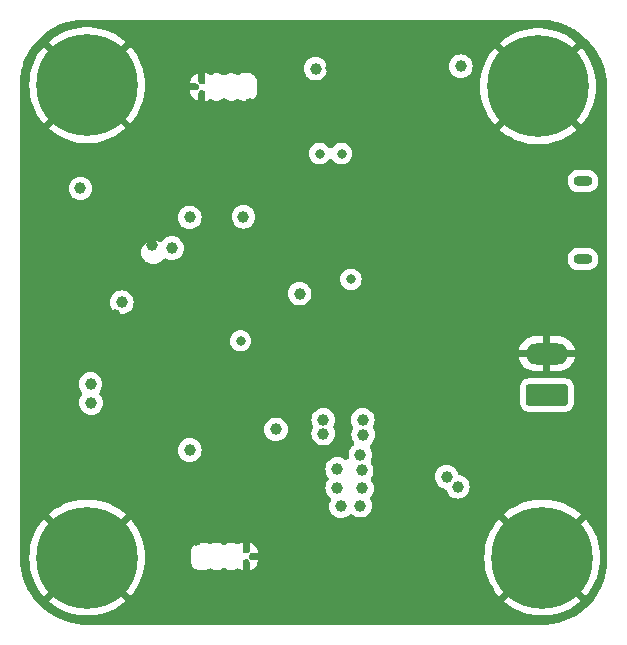
<source format=gbr>
%TF.GenerationSoftware,KiCad,Pcbnew,7.0.7*%
%TF.CreationDate,2023-08-28T01:03:24+03:00*%
%TF.ProjectId,STM32F405_Lesson_1,53544d33-3246-4343-9035-5f4c6573736f,rev?*%
%TF.SameCoordinates,Original*%
%TF.FileFunction,Copper,L2,Inr*%
%TF.FilePolarity,Positive*%
%FSLAX46Y46*%
G04 Gerber Fmt 4.6, Leading zero omitted, Abs format (unit mm)*
G04 Created by KiCad (PCBNEW 7.0.7) date 2023-08-28 01:03:24*
%MOMM*%
%LPD*%
G01*
G04 APERTURE LIST*
G04 Aperture macros list*
%AMRoundRect*
0 Rectangle with rounded corners*
0 $1 Rounding radius*
0 $2 $3 $4 $5 $6 $7 $8 $9 X,Y pos of 4 corners*
0 Add a 4 corners polygon primitive as box body*
4,1,4,$2,$3,$4,$5,$6,$7,$8,$9,$2,$3,0*
0 Add four circle primitives for the rounded corners*
1,1,$1+$1,$2,$3*
1,1,$1+$1,$4,$5*
1,1,$1+$1,$6,$7*
1,1,$1+$1,$8,$9*
0 Add four rect primitives between the rounded corners*
20,1,$1+$1,$2,$3,$4,$5,0*
20,1,$1+$1,$4,$5,$6,$7,0*
20,1,$1+$1,$6,$7,$8,$9,0*
20,1,$1+$1,$8,$9,$2,$3,0*%
G04 Aperture macros list end*
%TA.AperFunction,ComponentPad*%
%ADD10C,0.900000*%
%TD*%
%TA.AperFunction,ComponentPad*%
%ADD11C,8.600000*%
%TD*%
%TA.AperFunction,ComponentPad*%
%ADD12RoundRect,0.250000X1.550000X-0.650000X1.550000X0.650000X-1.550000X0.650000X-1.550000X-0.650000X0*%
%TD*%
%TA.AperFunction,ComponentPad*%
%ADD13O,3.600000X1.800000*%
%TD*%
%TA.AperFunction,ComponentPad*%
%ADD14O,1.600000X0.900000*%
%TD*%
%TA.AperFunction,ViaPad*%
%ADD15C,1.000000*%
%TD*%
%TA.AperFunction,ViaPad*%
%ADD16C,0.800000*%
%TD*%
G04 APERTURE END LIST*
D10*
%TO.N,GND*%
%TO.C,H1*%
X101175000Y-46400000D03*
X102119581Y-44119581D03*
X102119581Y-48680419D03*
X104400000Y-43175000D03*
D11*
X104400000Y-46400000D03*
D10*
X104400000Y-49625000D03*
X106680419Y-44119581D03*
X106680419Y-48680419D03*
X107625000Y-46400000D03*
%TD*%
D12*
%TO.N,+12V*%
%TO.C,J1*%
X105142500Y-72532500D03*
D13*
%TO.N,GND*%
X105142500Y-69032500D03*
%TD*%
D10*
%TO.N,GND*%
%TO.C,H4*%
X62994581Y-86300000D03*
X63939162Y-84019581D03*
X63939162Y-88580419D03*
X66219581Y-83075000D03*
D11*
X66219581Y-86300000D03*
D10*
X66219581Y-89525000D03*
X68500000Y-84019581D03*
X68500000Y-88580419D03*
X69444581Y-86300000D03*
%TD*%
D14*
%TO.N,unconnected-(J5-Shield-Pad6)*%
%TO.C,J5*%
X108195000Y-61000000D03*
X108195000Y-54400000D03*
%TD*%
D10*
%TO.N,GND*%
%TO.C,H3*%
X62994581Y-46300000D03*
X63939162Y-44019581D03*
X63939162Y-48580419D03*
X66219581Y-43075000D03*
D11*
X66219581Y-46300000D03*
D10*
X66219581Y-49525000D03*
X68500000Y-44019581D03*
X68500000Y-48580419D03*
X69444581Y-46300000D03*
%TD*%
%TO.N,GND*%
%TO.C,H2*%
X101525000Y-86300000D03*
X102469581Y-84019581D03*
X102469581Y-88580419D03*
X104750000Y-83075000D03*
D11*
X104750000Y-86300000D03*
D10*
X104750000Y-89525000D03*
X107030419Y-84019581D03*
X107030419Y-88580419D03*
X107975000Y-86300000D03*
%TD*%
D15*
%TO.N,GND*%
X75100000Y-48050000D03*
X80250000Y-84650000D03*
%TO.N,+3.3V*%
X75400000Y-84800000D03*
X80000000Y-47900000D03*
%TO.N,GND*%
X100500000Y-55800000D03*
X64100000Y-67650000D03*
X64100000Y-68850000D03*
X68577216Y-65753623D03*
X67150000Y-63650000D03*
X94700000Y-79600000D03*
X99300000Y-67900000D03*
X99300000Y-66850000D03*
X96700000Y-70400000D03*
X97800000Y-71300000D03*
X97750000Y-72450000D03*
X99300000Y-73500000D03*
X102100000Y-77800000D03*
X101100000Y-76850000D03*
X91375000Y-77100000D03*
X92300000Y-77500000D03*
X92550000Y-78900000D03*
X92500000Y-80300000D03*
X91350000Y-82400000D03*
X92450000Y-81750000D03*
X94700000Y-78450000D03*
X91650000Y-70250000D03*
X104200000Y-54050000D03*
X102950000Y-55250000D03*
X104200000Y-55250000D03*
X104200000Y-56400000D03*
X94450000Y-46800000D03*
X90650000Y-44800000D03*
X88100000Y-44800000D03*
X86850000Y-44850000D03*
X85450000Y-62350000D03*
X83700000Y-61600000D03*
X91650000Y-67950000D03*
X83700000Y-74050000D03*
X83000000Y-77700000D03*
X69800000Y-69400000D03*
X68500000Y-69400000D03*
X65400000Y-70100000D03*
X73150000Y-76400000D03*
X70700000Y-73550000D03*
X69800000Y-62950000D03*
X75150000Y-60900000D03*
X65650000Y-59600000D03*
X69175000Y-60800000D03*
%TO.N,+3.3V*%
X97600000Y-80300000D03*
X87400000Y-80400000D03*
X89500000Y-80450000D03*
X89350000Y-81900000D03*
X89450000Y-78900000D03*
X89350000Y-77600000D03*
X87400000Y-78800000D03*
X89600000Y-75900000D03*
X89550000Y-74650000D03*
X86200000Y-74650000D03*
X86200000Y-75800000D03*
X66550000Y-73200000D03*
X66500000Y-71600000D03*
X84200000Y-63950000D03*
X73400000Y-60100000D03*
X69150000Y-64680000D03*
X74900000Y-77200000D03*
X96650000Y-79450000D03*
X87700000Y-81950000D03*
X82200000Y-75450000D03*
X85550000Y-44900000D03*
X97850000Y-44700000D03*
X65650000Y-55050000D03*
X71675000Y-59850000D03*
X74900000Y-57500000D03*
X79450000Y-57450000D03*
D16*
%TO.N,SWDIO*%
X87750000Y-52100000D03*
X85900000Y-52100000D03*
%TO.N,NRST*%
X79200000Y-67950000D03*
X88550000Y-62750000D03*
%TD*%
%TA.AperFunction,Conductor*%
%TO.N,GND*%
G36*
X68057302Y-87735850D02*
G01*
X68130283Y-87786438D01*
X68321819Y-87977974D01*
X68375795Y-88058756D01*
X68394749Y-88154044D01*
X68375795Y-88249332D01*
X68321819Y-88330114D01*
X68310912Y-88338753D01*
X68311440Y-88339332D01*
X68294391Y-88354873D01*
X68275713Y-88379608D01*
X68203163Y-88444227D01*
X68111407Y-88476163D01*
X68014414Y-88470555D01*
X67926950Y-88428257D01*
X67900937Y-88405621D01*
X67703554Y-88208238D01*
X67649578Y-88127456D01*
X67630624Y-88032168D01*
X67649578Y-87936880D01*
X67703554Y-87856098D01*
X67709592Y-87850262D01*
X67784262Y-87780525D01*
X67866837Y-87729342D01*
X67962716Y-87713653D01*
X68057302Y-87735850D01*
G37*
%TD.AperFunction*%
%TA.AperFunction,Conductor*%
G36*
X64580236Y-87732461D02*
G01*
X64654901Y-87780527D01*
X64729493Y-87850191D01*
X64786195Y-87929082D01*
X64808391Y-88023668D01*
X64792701Y-88119548D01*
X64741513Y-88202125D01*
X64735606Y-88208238D01*
X64541577Y-88402267D01*
X64460795Y-88456243D01*
X64365507Y-88475197D01*
X64270219Y-88456243D01*
X64197754Y-88410208D01*
X64122296Y-88341417D01*
X64064648Y-88263214D01*
X64041315Y-88168902D01*
X64055849Y-88072841D01*
X64106038Y-87989653D01*
X64113979Y-87981336D01*
X64308878Y-87786437D01*
X64389660Y-87732461D01*
X64484948Y-87713507D01*
X64580236Y-87732461D01*
G37*
%TD.AperFunction*%
%TA.AperFunction,Conductor*%
G36*
X68168941Y-84143755D02*
G01*
X68241406Y-84189790D01*
X68316864Y-84258581D01*
X68374512Y-84336784D01*
X68397845Y-84431096D01*
X68383311Y-84527157D01*
X68333122Y-84610345D01*
X68325181Y-84618662D01*
X68130282Y-84813561D01*
X68049500Y-84867537D01*
X67954212Y-84886491D01*
X67858924Y-84867537D01*
X67784258Y-84819469D01*
X67709666Y-84749806D01*
X67652965Y-84670916D01*
X67630769Y-84576330D01*
X67646459Y-84480450D01*
X67697647Y-84397873D01*
X67703554Y-84391760D01*
X67897583Y-84197731D01*
X67978365Y-84143755D01*
X68073653Y-84124801D01*
X68168941Y-84143755D01*
G37*
%TD.AperFunction*%
%TA.AperFunction,Conductor*%
G36*
X64424740Y-84129442D02*
G01*
X64512205Y-84171738D01*
X64538224Y-84194378D01*
X64735606Y-84391760D01*
X64789582Y-84472542D01*
X64808536Y-84567830D01*
X64789582Y-84663118D01*
X64735606Y-84743900D01*
X64729493Y-84749807D01*
X64654905Y-84819468D01*
X64572328Y-84870656D01*
X64476448Y-84886346D01*
X64381862Y-84864150D01*
X64308878Y-84813561D01*
X64117342Y-84622025D01*
X64063366Y-84541243D01*
X64044412Y-84445955D01*
X64063366Y-84350667D01*
X64117342Y-84269885D01*
X64128251Y-84261248D01*
X64127722Y-84260668D01*
X64144769Y-84245127D01*
X64144770Y-84245124D01*
X64144772Y-84245124D01*
X64163446Y-84220394D01*
X64235992Y-84155776D01*
X64327747Y-84123837D01*
X64424740Y-84129442D01*
G37*
%TD.AperFunction*%
%TA.AperFunction,Conductor*%
G36*
X106587721Y-87735850D02*
G01*
X106660702Y-87786438D01*
X106852238Y-87977974D01*
X106906214Y-88058756D01*
X106925168Y-88154044D01*
X106906214Y-88249332D01*
X106852238Y-88330114D01*
X106841331Y-88338753D01*
X106841859Y-88339332D01*
X106824810Y-88354873D01*
X106806132Y-88379608D01*
X106733582Y-88444227D01*
X106641826Y-88476163D01*
X106544833Y-88470555D01*
X106457369Y-88428257D01*
X106431356Y-88405621D01*
X106233973Y-88208238D01*
X106179997Y-88127456D01*
X106161043Y-88032168D01*
X106179997Y-87936880D01*
X106233973Y-87856098D01*
X106240011Y-87850262D01*
X106314681Y-87780525D01*
X106397256Y-87729342D01*
X106493135Y-87713653D01*
X106587721Y-87735850D01*
G37*
%TD.AperFunction*%
%TA.AperFunction,Conductor*%
G36*
X103110655Y-87732461D02*
G01*
X103185320Y-87780527D01*
X103259912Y-87850191D01*
X103316614Y-87929082D01*
X103338810Y-88023668D01*
X103323120Y-88119548D01*
X103271932Y-88202125D01*
X103266025Y-88208238D01*
X103071996Y-88402267D01*
X102991214Y-88456243D01*
X102895926Y-88475197D01*
X102800638Y-88456243D01*
X102728173Y-88410208D01*
X102652715Y-88341417D01*
X102595067Y-88263214D01*
X102571734Y-88168902D01*
X102586268Y-88072841D01*
X102636457Y-87989653D01*
X102644398Y-87981336D01*
X102839297Y-87786437D01*
X102920079Y-87732461D01*
X103015367Y-87713507D01*
X103110655Y-87732461D01*
G37*
%TD.AperFunction*%
%TA.AperFunction,Conductor*%
G36*
X106699360Y-84143755D02*
G01*
X106771825Y-84189790D01*
X106847283Y-84258581D01*
X106904931Y-84336784D01*
X106928264Y-84431096D01*
X106913730Y-84527157D01*
X106863541Y-84610345D01*
X106855600Y-84618662D01*
X106660701Y-84813561D01*
X106579919Y-84867537D01*
X106484631Y-84886491D01*
X106389343Y-84867537D01*
X106314677Y-84819469D01*
X106240085Y-84749806D01*
X106183384Y-84670916D01*
X106161188Y-84576330D01*
X106176878Y-84480450D01*
X106228066Y-84397873D01*
X106233973Y-84391760D01*
X106428002Y-84197731D01*
X106508784Y-84143755D01*
X106604072Y-84124801D01*
X106699360Y-84143755D01*
G37*
%TD.AperFunction*%
%TA.AperFunction,Conductor*%
G36*
X102955159Y-84129442D02*
G01*
X103042624Y-84171738D01*
X103068643Y-84194378D01*
X103266025Y-84391760D01*
X103320001Y-84472542D01*
X103338955Y-84567830D01*
X103320001Y-84663118D01*
X103266025Y-84743900D01*
X103259912Y-84749807D01*
X103185324Y-84819468D01*
X103102747Y-84870656D01*
X103006867Y-84886346D01*
X102912281Y-84864150D01*
X102839297Y-84813561D01*
X102647761Y-84622025D01*
X102593785Y-84541243D01*
X102574831Y-84445955D01*
X102593785Y-84350667D01*
X102647761Y-84269885D01*
X102658670Y-84261248D01*
X102658141Y-84260668D01*
X102675188Y-84245127D01*
X102675189Y-84245124D01*
X102675191Y-84245124D01*
X102693865Y-84220394D01*
X102766411Y-84155776D01*
X102858166Y-84123837D01*
X102955159Y-84129442D01*
G37*
%TD.AperFunction*%
%TA.AperFunction,Conductor*%
G36*
X106237721Y-47835850D02*
G01*
X106310702Y-47886438D01*
X106502238Y-48077974D01*
X106556214Y-48158756D01*
X106575168Y-48254044D01*
X106556214Y-48349332D01*
X106502238Y-48430114D01*
X106491331Y-48438753D01*
X106491859Y-48439332D01*
X106474810Y-48454873D01*
X106456132Y-48479608D01*
X106383582Y-48544227D01*
X106291826Y-48576163D01*
X106194833Y-48570555D01*
X106107369Y-48528257D01*
X106081356Y-48505621D01*
X105883973Y-48308238D01*
X105829997Y-48227456D01*
X105811043Y-48132168D01*
X105829997Y-48036880D01*
X105883973Y-47956098D01*
X105890011Y-47950262D01*
X105964681Y-47880525D01*
X106047256Y-47829342D01*
X106143135Y-47813653D01*
X106237721Y-47835850D01*
G37*
%TD.AperFunction*%
%TA.AperFunction,Conductor*%
G36*
X102760655Y-47832461D02*
G01*
X102835320Y-47880527D01*
X102909912Y-47950191D01*
X102966614Y-48029082D01*
X102988810Y-48123668D01*
X102973120Y-48219548D01*
X102921932Y-48302125D01*
X102916025Y-48308238D01*
X102721996Y-48502267D01*
X102641214Y-48556243D01*
X102545926Y-48575197D01*
X102450638Y-48556243D01*
X102378173Y-48510208D01*
X102302715Y-48441417D01*
X102245067Y-48363214D01*
X102221734Y-48268902D01*
X102236268Y-48172841D01*
X102286457Y-48089653D01*
X102294398Y-48081336D01*
X102489297Y-47886437D01*
X102570079Y-47832461D01*
X102665367Y-47813507D01*
X102760655Y-47832461D01*
G37*
%TD.AperFunction*%
%TA.AperFunction,Conductor*%
G36*
X106349360Y-44243755D02*
G01*
X106421825Y-44289790D01*
X106497283Y-44358581D01*
X106554931Y-44436784D01*
X106578264Y-44531096D01*
X106563730Y-44627157D01*
X106513541Y-44710345D01*
X106505600Y-44718662D01*
X106310701Y-44913561D01*
X106229919Y-44967537D01*
X106134631Y-44986491D01*
X106039343Y-44967537D01*
X105964677Y-44919469D01*
X105890085Y-44849806D01*
X105833384Y-44770916D01*
X105811188Y-44676330D01*
X105826878Y-44580450D01*
X105878066Y-44497873D01*
X105883973Y-44491760D01*
X106078002Y-44297731D01*
X106158784Y-44243755D01*
X106254072Y-44224801D01*
X106349360Y-44243755D01*
G37*
%TD.AperFunction*%
%TA.AperFunction,Conductor*%
G36*
X102605159Y-44229442D02*
G01*
X102692624Y-44271738D01*
X102718643Y-44294378D01*
X102916025Y-44491760D01*
X102970001Y-44572542D01*
X102988955Y-44667830D01*
X102970001Y-44763118D01*
X102916025Y-44843900D01*
X102909912Y-44849807D01*
X102835324Y-44919468D01*
X102752747Y-44970656D01*
X102656867Y-44986346D01*
X102562281Y-44964150D01*
X102489297Y-44913561D01*
X102297761Y-44722025D01*
X102243785Y-44641243D01*
X102224831Y-44545955D01*
X102243785Y-44450667D01*
X102297761Y-44369885D01*
X102308670Y-44361248D01*
X102308141Y-44360668D01*
X102325188Y-44345127D01*
X102325189Y-44345124D01*
X102325191Y-44345124D01*
X102343865Y-44320394D01*
X102416411Y-44255776D01*
X102508166Y-44223837D01*
X102605159Y-44229442D01*
G37*
%TD.AperFunction*%
%TA.AperFunction,Conductor*%
G36*
X68057302Y-47735850D02*
G01*
X68130283Y-47786438D01*
X68321819Y-47977974D01*
X68375795Y-48058756D01*
X68394749Y-48154044D01*
X68375795Y-48249332D01*
X68321819Y-48330114D01*
X68310912Y-48338753D01*
X68311440Y-48339332D01*
X68294391Y-48354873D01*
X68275713Y-48379608D01*
X68203163Y-48444227D01*
X68111407Y-48476163D01*
X68014414Y-48470555D01*
X67926950Y-48428257D01*
X67900937Y-48405621D01*
X67703554Y-48208238D01*
X67649578Y-48127456D01*
X67630624Y-48032168D01*
X67649578Y-47936880D01*
X67703554Y-47856098D01*
X67709592Y-47850262D01*
X67784262Y-47780525D01*
X67866837Y-47729342D01*
X67962716Y-47713653D01*
X68057302Y-47735850D01*
G37*
%TD.AperFunction*%
%TA.AperFunction,Conductor*%
G36*
X64580236Y-47732461D02*
G01*
X64654901Y-47780527D01*
X64729493Y-47850191D01*
X64786195Y-47929082D01*
X64808391Y-48023668D01*
X64792701Y-48119548D01*
X64741513Y-48202125D01*
X64735606Y-48208238D01*
X64541577Y-48402267D01*
X64460795Y-48456243D01*
X64365507Y-48475197D01*
X64270219Y-48456243D01*
X64197754Y-48410208D01*
X64122296Y-48341417D01*
X64064648Y-48263214D01*
X64041315Y-48168902D01*
X64055849Y-48072841D01*
X64106038Y-47989653D01*
X64113979Y-47981336D01*
X64308878Y-47786437D01*
X64389660Y-47732461D01*
X64484948Y-47713507D01*
X64580236Y-47732461D01*
G37*
%TD.AperFunction*%
%TA.AperFunction,Conductor*%
G36*
X68168941Y-44143755D02*
G01*
X68241406Y-44189790D01*
X68316864Y-44258581D01*
X68374512Y-44336784D01*
X68397845Y-44431096D01*
X68383311Y-44527157D01*
X68333122Y-44610345D01*
X68325181Y-44618662D01*
X68130282Y-44813561D01*
X68049500Y-44867537D01*
X67954212Y-44886491D01*
X67858924Y-44867537D01*
X67784258Y-44819469D01*
X67709666Y-44749806D01*
X67652965Y-44670916D01*
X67630769Y-44576330D01*
X67646459Y-44480450D01*
X67697647Y-44397873D01*
X67703554Y-44391760D01*
X67897583Y-44197731D01*
X67978365Y-44143755D01*
X68073653Y-44124801D01*
X68168941Y-44143755D01*
G37*
%TD.AperFunction*%
%TA.AperFunction,Conductor*%
G36*
X64424740Y-44129442D02*
G01*
X64512205Y-44171738D01*
X64538224Y-44194378D01*
X64735606Y-44391760D01*
X64789582Y-44472542D01*
X64808536Y-44567830D01*
X64789582Y-44663118D01*
X64735606Y-44743900D01*
X64729493Y-44749807D01*
X64654905Y-44819468D01*
X64572328Y-44870656D01*
X64476448Y-44886346D01*
X64381862Y-44864150D01*
X64308878Y-44813561D01*
X64117342Y-44622025D01*
X64063366Y-44541243D01*
X64044412Y-44445955D01*
X64063366Y-44350667D01*
X64117342Y-44269885D01*
X64128251Y-44261248D01*
X64127722Y-44260668D01*
X64144769Y-44245127D01*
X64144770Y-44245124D01*
X64144772Y-44245124D01*
X64163446Y-44220394D01*
X64235992Y-44155776D01*
X64327747Y-44123837D01*
X64424740Y-44129442D01*
G37*
%TD.AperFunction*%
%TA.AperFunction,Conductor*%
G36*
X104499841Y-40756173D02*
G01*
X104499841Y-40756172D01*
X104507274Y-40756174D01*
X104553065Y-40752593D01*
X104607580Y-40754732D01*
X104741456Y-40759986D01*
X104951745Y-40768675D01*
X104961182Y-40769426D01*
X105184489Y-40795847D01*
X105196064Y-40797217D01*
X105217886Y-40799936D01*
X105411942Y-40824117D01*
X105420804Y-40825548D01*
X105651724Y-40871471D01*
X105866156Y-40916424D01*
X105874369Y-40918441D01*
X106100674Y-40982256D01*
X106311425Y-41044992D01*
X106318976Y-41047506D01*
X106539492Y-41128850D01*
X106744854Y-41208975D01*
X106751714Y-41211892D01*
X106797471Y-41232984D01*
X106965227Y-41310314D01*
X107032830Y-41343361D01*
X107163664Y-41407317D01*
X107169819Y-41410542D01*
X107375022Y-41525453D01*
X107409896Y-41546232D01*
X107565146Y-41638734D01*
X107570521Y-41642128D01*
X107745910Y-41759312D01*
X107766260Y-41772909D01*
X107946608Y-41901667D01*
X107951342Y-41905220D01*
X108136356Y-42051066D01*
X108307738Y-42196212D01*
X108482886Y-42358109D01*
X108641703Y-42516918D01*
X108686299Y-42565159D01*
X108803621Y-42692072D01*
X108948777Y-42863451D01*
X109094628Y-43048456D01*
X109098181Y-43053190D01*
X109226948Y-43233533D01*
X109271724Y-43300543D01*
X109357710Y-43429227D01*
X109361145Y-43434666D01*
X109474411Y-43624743D01*
X109589340Y-43829958D01*
X109592564Y-43836111D01*
X109689594Y-44034581D01*
X109788005Y-44248043D01*
X109790918Y-44254896D01*
X109814476Y-44315266D01*
X109871067Y-44460293D01*
X109952413Y-44680785D01*
X109954932Y-44688349D01*
X109971471Y-44743900D01*
X110017674Y-44899089D01*
X110081494Y-45125372D01*
X110083519Y-45133619D01*
X110128484Y-45348061D01*
X110174405Y-45578914D01*
X110175841Y-45587805D01*
X110202744Y-45803610D01*
X110230548Y-46038530D01*
X110231305Y-46048021D01*
X110240005Y-46258355D01*
X110249500Y-46500000D01*
X110249500Y-50003460D01*
X110244341Y-86147027D01*
X110243333Y-86152087D01*
X110243336Y-86152584D01*
X110240101Y-86169268D01*
X110243826Y-86250264D01*
X110245006Y-86485216D01*
X110245612Y-86695325D01*
X110245255Y-86705115D01*
X110227734Y-86935846D01*
X110210088Y-87150118D01*
X110208984Y-87159320D01*
X110172994Y-87387250D01*
X110137014Y-87600385D01*
X110135258Y-87608944D01*
X110081021Y-87833085D01*
X110026902Y-88043012D01*
X110024592Y-88050888D01*
X109952424Y-88269961D01*
X109880515Y-88474961D01*
X109877752Y-88482124D01*
X109788084Y-88694782D01*
X109698858Y-88893283D01*
X109695742Y-88899715D01*
X109589114Y-89104606D01*
X109483199Y-89295075D01*
X109479829Y-89300772D01*
X109356901Y-89496560D01*
X109235001Y-89677616D01*
X109231478Y-89682582D01*
X109093017Y-89867981D01*
X108954243Y-90040427D01*
X108799272Y-90216308D01*
X108646351Y-90376338D01*
X108477665Y-90539158D01*
X108311718Y-90685601D01*
X108132798Y-90832336D01*
X108127998Y-90836081D01*
X107952650Y-90966087D01*
X107762657Y-91097771D01*
X107757118Y-91101396D01*
X107571631Y-91215865D01*
X107371805Y-91331680D01*
X107365520Y-91335086D01*
X107171283Y-91433229D01*
X106962911Y-91532463D01*
X106955881Y-91535549D01*
X106754387Y-91616681D01*
X106538786Y-91698733D01*
X106531023Y-91701397D01*
X106323798Y-91764984D01*
X106102334Y-91829348D01*
X106093864Y-91831490D01*
X105882616Y-91877106D01*
X105656516Y-91923415D01*
X105647375Y-91924935D01*
X105434153Y-91952291D01*
X105204432Y-91980273D01*
X105194668Y-91981074D01*
X104984604Y-91990015D01*
X104750000Y-91999500D01*
X66250000Y-91999500D01*
X66008389Y-91990006D01*
X65798030Y-91981306D01*
X65788538Y-91980549D01*
X65553728Y-91952758D01*
X65337825Y-91925845D01*
X65328934Y-91924408D01*
X65098109Y-91878493D01*
X64883644Y-91833525D01*
X64875397Y-91831500D01*
X64649139Y-91767689D01*
X64438406Y-91704950D01*
X64430838Y-91702430D01*
X64210324Y-91621079D01*
X64004991Y-91540958D01*
X63998123Y-91538038D01*
X63784605Y-91439606D01*
X63586194Y-91342607D01*
X63580040Y-91339384D01*
X63374816Y-91224454D01*
X63333775Y-91199999D01*
X63184747Y-91111197D01*
X63179328Y-91107775D01*
X62983598Y-90976993D01*
X62803264Y-90848237D01*
X62798544Y-90844694D01*
X62613529Y-90698841D01*
X62519574Y-90619265D01*
X62442158Y-90553696D01*
X62267009Y-90391790D01*
X62108209Y-90232990D01*
X61946303Y-90057841D01*
X61872343Y-89970518D01*
X61801155Y-89886466D01*
X61655294Y-89701442D01*
X61651761Y-89696734D01*
X61523006Y-89516401D01*
X61392223Y-89320670D01*
X61388804Y-89315255D01*
X61275540Y-89125174D01*
X61160615Y-88919958D01*
X61157390Y-88913804D01*
X61156267Y-88911506D01*
X61060401Y-88715411D01*
X60961960Y-88501875D01*
X60959048Y-88495026D01*
X60878917Y-88289666D01*
X60797568Y-88069160D01*
X60795048Y-88061591D01*
X60789517Y-88043012D01*
X60732311Y-87850861D01*
X60668490Y-87624573D01*
X60666473Y-87616354D01*
X60621506Y-87401889D01*
X60599941Y-87293478D01*
X60575583Y-87171026D01*
X60574157Y-87162200D01*
X60547254Y-86946377D01*
X60519446Y-86711432D01*
X60518694Y-86702004D01*
X60509993Y-86491609D01*
X60502465Y-86300007D01*
X61314642Y-86300007D01*
X61334387Y-86739676D01*
X61393465Y-87175806D01*
X61393467Y-87175818D01*
X61491404Y-87604902D01*
X61627405Y-88023469D01*
X61627410Y-88023484D01*
X61800385Y-88428177D01*
X61800388Y-88428182D01*
X62008938Y-88815733D01*
X62251396Y-89183042D01*
X62251410Y-89183061D01*
X62525807Y-89527144D01*
X62546513Y-89548801D01*
X63336744Y-88758570D01*
X63417526Y-88704593D01*
X63512814Y-88685639D01*
X63608102Y-88704593D01*
X63680564Y-88750626D01*
X63756024Y-88819417D01*
X63813674Y-88897619D01*
X63837008Y-88991931D01*
X63822475Y-89087992D01*
X63772287Y-89171180D01*
X63764344Y-89179499D01*
X62973325Y-89970518D01*
X63161395Y-90134829D01*
X63161409Y-90134840D01*
X63517461Y-90393527D01*
X63895283Y-90619265D01*
X64291811Y-90810225D01*
X64291818Y-90810228D01*
X64703874Y-90964874D01*
X65128135Y-91081963D01*
X65561182Y-91160548D01*
X65999519Y-91199999D01*
X65999523Y-91200000D01*
X66439639Y-91200000D01*
X66439642Y-91199999D01*
X66877979Y-91160548D01*
X67311026Y-91081963D01*
X67735287Y-90964874D01*
X68147343Y-90810228D01*
X68147350Y-90810225D01*
X68543878Y-90619265D01*
X68921700Y-90393527D01*
X69277759Y-90134836D01*
X69465835Y-89970518D01*
X68678180Y-89182863D01*
X68624204Y-89102082D01*
X68605250Y-89006794D01*
X68624204Y-88911506D01*
X68678181Y-88830724D01*
X68689088Y-88822085D01*
X68688560Y-88821506D01*
X68705607Y-88805965D01*
X68705608Y-88805962D01*
X68705610Y-88805962D01*
X68724284Y-88781232D01*
X68796830Y-88716614D01*
X68888585Y-88684675D01*
X68985578Y-88690280D01*
X69073043Y-88732576D01*
X69099061Y-88755216D01*
X69892648Y-89548802D01*
X69913348Y-89527151D01*
X69913350Y-89527149D01*
X70187751Y-89183061D01*
X70187765Y-89183042D01*
X70430223Y-88815733D01*
X70638773Y-88428182D01*
X70638776Y-88428177D01*
X70811751Y-88023484D01*
X70811756Y-88023469D01*
X70947757Y-87604902D01*
X71045694Y-87175818D01*
X71045696Y-87175806D01*
X71104774Y-86739676D01*
X71106258Y-86706630D01*
X75024500Y-86706630D01*
X75030912Y-86777188D01*
X75030914Y-86777196D01*
X75081522Y-86939608D01*
X75131134Y-87021674D01*
X75169528Y-87085185D01*
X75289815Y-87205472D01*
X75337256Y-87234151D01*
X75435391Y-87293477D01*
X75435393Y-87293477D01*
X75435394Y-87293478D01*
X75597804Y-87344086D01*
X75597808Y-87344086D01*
X75597811Y-87344087D01*
X75668369Y-87350499D01*
X75668377Y-87350499D01*
X75668384Y-87350500D01*
X75668390Y-87350500D01*
X76181610Y-87350500D01*
X76181616Y-87350500D01*
X76181623Y-87350499D01*
X76181630Y-87350499D01*
X76252188Y-87344087D01*
X76252189Y-87344086D01*
X76252196Y-87344086D01*
X76414606Y-87293478D01*
X76490316Y-87247709D01*
X76581668Y-87214632D01*
X76678723Y-87219032D01*
X76720414Y-87233325D01*
X76876946Y-87303018D01*
X76895197Y-87311144D01*
X77080354Y-87350500D01*
X77269645Y-87350500D01*
X77269646Y-87350500D01*
X77454803Y-87311144D01*
X77627730Y-87234151D01*
X77653639Y-87215326D01*
X77741869Y-87174651D01*
X77838949Y-87170835D01*
X77930099Y-87204461D01*
X77946361Y-87215327D01*
X77972270Y-87234151D01*
X78145189Y-87311141D01*
X78145192Y-87311142D01*
X78145197Y-87311144D01*
X78330354Y-87350500D01*
X78519645Y-87350500D01*
X78519646Y-87350500D01*
X78704803Y-87311144D01*
X78723054Y-87303018D01*
X78853863Y-87244778D01*
X78948622Y-87223335D01*
X79044374Y-87239788D01*
X79107554Y-87275346D01*
X79143303Y-87303017D01*
X79143304Y-87303018D01*
X79325908Y-87392589D01*
X79374999Y-87405299D01*
X79375000Y-87405298D01*
X79375000Y-86697607D01*
X79393954Y-86602319D01*
X79447930Y-86521537D01*
X79528712Y-86467561D01*
X79624000Y-86448607D01*
X79648407Y-86449806D01*
X79650375Y-86449999D01*
X79650376Y-86450000D01*
X79650377Y-86450000D01*
X79699623Y-86450000D01*
X79699624Y-86450000D01*
X79699624Y-86449999D01*
X79701593Y-86449806D01*
X79703563Y-86450000D01*
X79711857Y-86450000D01*
X79711857Y-86450816D01*
X79798280Y-86459329D01*
X79883963Y-86505127D01*
X79945598Y-86580229D01*
X79973801Y-86673200D01*
X79975000Y-86697607D01*
X79975000Y-87405270D01*
X80117666Y-87352433D01*
X80290259Y-87244856D01*
X80437670Y-87104732D01*
X80553856Y-86937803D01*
X80634060Y-86750903D01*
X80674999Y-86551694D01*
X80675000Y-86551686D01*
X80675000Y-86500001D01*
X80674999Y-86500000D01*
X80173632Y-86500000D01*
X80078344Y-86481046D01*
X79997562Y-86427070D01*
X79943586Y-86346288D01*
X79934380Y-86300007D01*
X99845061Y-86300007D01*
X99864806Y-86739676D01*
X99923884Y-87175806D01*
X99923886Y-87175818D01*
X100021823Y-87604902D01*
X100157824Y-88023469D01*
X100157829Y-88023484D01*
X100330804Y-88428177D01*
X100330807Y-88428182D01*
X100539357Y-88815733D01*
X100781815Y-89183042D01*
X100781829Y-89183061D01*
X101056226Y-89527144D01*
X101076932Y-89548801D01*
X101867163Y-88758570D01*
X101947945Y-88704593D01*
X102043233Y-88685639D01*
X102138521Y-88704593D01*
X102210983Y-88750626D01*
X102286443Y-88819417D01*
X102344093Y-88897619D01*
X102367427Y-88991931D01*
X102352894Y-89087992D01*
X102302706Y-89171180D01*
X102294763Y-89179499D01*
X101503744Y-89970518D01*
X101691814Y-90134829D01*
X101691828Y-90134840D01*
X102047880Y-90393527D01*
X102425702Y-90619265D01*
X102822230Y-90810225D01*
X102822237Y-90810228D01*
X103234293Y-90964874D01*
X103658554Y-91081963D01*
X104091601Y-91160548D01*
X104529938Y-91199999D01*
X104529942Y-91200000D01*
X104970058Y-91200000D01*
X104970061Y-91199999D01*
X105408398Y-91160548D01*
X105841445Y-91081963D01*
X106265706Y-90964874D01*
X106677762Y-90810228D01*
X106677769Y-90810225D01*
X107074297Y-90619265D01*
X107452119Y-90393527D01*
X107808178Y-90134836D01*
X107996254Y-89970518D01*
X107208599Y-89182863D01*
X107154623Y-89102082D01*
X107135669Y-89006794D01*
X107154623Y-88911506D01*
X107208600Y-88830724D01*
X107219507Y-88822085D01*
X107218979Y-88821506D01*
X107236026Y-88805965D01*
X107236027Y-88805962D01*
X107236029Y-88805962D01*
X107254703Y-88781232D01*
X107327249Y-88716614D01*
X107419004Y-88684675D01*
X107515997Y-88690280D01*
X107603462Y-88732576D01*
X107629480Y-88755216D01*
X108423067Y-89548802D01*
X108443767Y-89527151D01*
X108443769Y-89527149D01*
X108718170Y-89183061D01*
X108718184Y-89183042D01*
X108960642Y-88815733D01*
X109169192Y-88428182D01*
X109169195Y-88428177D01*
X109342170Y-88023484D01*
X109342175Y-88023469D01*
X109478176Y-87604902D01*
X109576113Y-87175818D01*
X109576115Y-87175806D01*
X109635193Y-86739676D01*
X109654938Y-86300007D01*
X109654938Y-86299992D01*
X109635193Y-85860323D01*
X109576115Y-85424193D01*
X109576113Y-85424181D01*
X109478176Y-84995097D01*
X109342175Y-84576530D01*
X109342170Y-84576515D01*
X109169195Y-84171822D01*
X109169192Y-84171817D01*
X108960642Y-83784266D01*
X108718184Y-83416957D01*
X108718170Y-83416938D01*
X108443773Y-83072855D01*
X108423066Y-83051197D01*
X107632834Y-83841429D01*
X107552053Y-83895405D01*
X107456765Y-83914359D01*
X107361477Y-83895405D01*
X107289015Y-83849372D01*
X107213555Y-83780581D01*
X107155905Y-83702379D01*
X107132571Y-83608067D01*
X107147104Y-83512006D01*
X107197292Y-83428818D01*
X107205235Y-83420498D01*
X107996252Y-82629480D01*
X107808185Y-82465170D01*
X107808171Y-82465159D01*
X107452119Y-82206472D01*
X107074297Y-81980734D01*
X106677769Y-81789774D01*
X106677762Y-81789771D01*
X106265706Y-81635125D01*
X105841445Y-81518036D01*
X105408398Y-81439451D01*
X104970061Y-81400000D01*
X104529938Y-81400000D01*
X104091601Y-81439451D01*
X103658554Y-81518036D01*
X103234293Y-81635125D01*
X102822237Y-81789771D01*
X102822230Y-81789774D01*
X102425702Y-81980734D01*
X102047882Y-82206471D01*
X101691822Y-82465162D01*
X101691817Y-82465166D01*
X101503745Y-82629479D01*
X101503745Y-82629480D01*
X102291400Y-83417135D01*
X102345376Y-83497917D01*
X102364330Y-83593205D01*
X102345376Y-83688493D01*
X102291400Y-83769275D01*
X102280494Y-83777916D01*
X102281021Y-83778494D01*
X102263972Y-83794035D01*
X102245294Y-83818770D01*
X102172744Y-83883389D01*
X102080988Y-83915325D01*
X101983995Y-83909717D01*
X101896531Y-83867419D01*
X101870518Y-83844783D01*
X101076931Y-83051196D01*
X101056238Y-83072841D01*
X101056223Y-83072858D01*
X100781829Y-83416938D01*
X100781815Y-83416957D01*
X100539357Y-83784266D01*
X100330807Y-84171817D01*
X100330804Y-84171822D01*
X100157829Y-84576515D01*
X100157824Y-84576530D01*
X100021823Y-84995097D01*
X99923886Y-85424181D01*
X99923884Y-85424193D01*
X99864806Y-85860323D01*
X99845061Y-86299992D01*
X99845061Y-86300007D01*
X79934380Y-86300007D01*
X79924632Y-86251000D01*
X79929416Y-86202426D01*
X79929898Y-86200002D01*
X79929898Y-86199997D01*
X79929416Y-86197574D01*
X79929417Y-86100419D01*
X79966598Y-86010660D01*
X80035298Y-85941962D01*
X80125058Y-85904784D01*
X80173632Y-85900000D01*
X80674999Y-85900000D01*
X80675000Y-85899999D01*
X80675000Y-85899293D01*
X80674998Y-85899268D01*
X80659582Y-85747672D01*
X80659580Y-85747662D01*
X80598697Y-85553613D01*
X80598696Y-85553611D01*
X80499997Y-85375788D01*
X80367517Y-85221466D01*
X80206697Y-85096983D01*
X80206687Y-85096976D01*
X80024100Y-85007413D01*
X80024097Y-85007412D01*
X79975000Y-84994699D01*
X79975000Y-85702392D01*
X79956046Y-85797680D01*
X79902070Y-85878462D01*
X79821288Y-85932438D01*
X79726000Y-85951392D01*
X79701610Y-85950195D01*
X79699629Y-85950000D01*
X79699624Y-85950000D01*
X79650376Y-85950000D01*
X79650371Y-85950000D01*
X79648390Y-85950195D01*
X79646412Y-85950000D01*
X79638143Y-85950000D01*
X79638143Y-85949184D01*
X79551703Y-85940665D01*
X79466023Y-85894861D01*
X79404394Y-85819755D01*
X79376197Y-85726782D01*
X79375000Y-85702392D01*
X79375000Y-84994728D01*
X79232335Y-85047565D01*
X79086086Y-85138722D01*
X78995194Y-85173040D01*
X78898088Y-85169964D01*
X78853097Y-85154881D01*
X78704809Y-85088858D01*
X78704796Y-85088854D01*
X78519646Y-85049500D01*
X78330354Y-85049500D01*
X78145203Y-85088854D01*
X78145189Y-85088858D01*
X77972272Y-85165847D01*
X77946358Y-85184675D01*
X77858127Y-85225349D01*
X77761047Y-85229163D01*
X77669897Y-85195536D01*
X77653642Y-85184675D01*
X77644741Y-85178208D01*
X77627730Y-85165849D01*
X77627729Y-85165848D01*
X77627727Y-85165847D01*
X77454810Y-85088858D01*
X77454796Y-85088854D01*
X77269646Y-85049500D01*
X77080354Y-85049500D01*
X76895203Y-85088854D01*
X76895194Y-85088857D01*
X76720413Y-85166675D01*
X76625654Y-85188117D01*
X76529902Y-85171664D01*
X76490318Y-85152291D01*
X76414608Y-85106522D01*
X76252196Y-85055914D01*
X76252188Y-85055912D01*
X76181630Y-85049500D01*
X76181616Y-85049500D01*
X75668384Y-85049500D01*
X75668369Y-85049500D01*
X75597811Y-85055912D01*
X75597803Y-85055914D01*
X75435391Y-85106522D01*
X75289816Y-85194527D01*
X75169527Y-85314816D01*
X75081522Y-85460391D01*
X75030914Y-85622803D01*
X75030912Y-85622811D01*
X75024500Y-85693369D01*
X75024500Y-86706630D01*
X71106258Y-86706630D01*
X71124520Y-86300007D01*
X71124520Y-86299992D01*
X71104774Y-85860323D01*
X71045696Y-85424193D01*
X71045694Y-85424181D01*
X70947757Y-84995097D01*
X70811756Y-84576530D01*
X70811751Y-84576515D01*
X70638776Y-84171822D01*
X70638773Y-84171817D01*
X70430223Y-83784266D01*
X70187765Y-83416957D01*
X70187751Y-83416938D01*
X69913354Y-83072855D01*
X69892647Y-83051197D01*
X69102415Y-83841429D01*
X69021634Y-83895405D01*
X68926346Y-83914359D01*
X68831058Y-83895405D01*
X68758596Y-83849372D01*
X68683136Y-83780581D01*
X68625486Y-83702379D01*
X68602152Y-83608067D01*
X68616685Y-83512006D01*
X68666873Y-83428818D01*
X68674816Y-83420498D01*
X69465833Y-82629480D01*
X69277766Y-82465170D01*
X69277752Y-82465159D01*
X68921700Y-82206472D01*
X68543878Y-81980734D01*
X68147350Y-81789774D01*
X68147343Y-81789771D01*
X67735287Y-81635125D01*
X67311026Y-81518036D01*
X66877979Y-81439451D01*
X66439642Y-81400000D01*
X65999519Y-81400000D01*
X65561182Y-81439451D01*
X65128135Y-81518036D01*
X64703874Y-81635125D01*
X64291818Y-81789771D01*
X64291811Y-81789774D01*
X63895283Y-81980734D01*
X63517463Y-82206471D01*
X63161403Y-82465162D01*
X63161398Y-82465166D01*
X62973326Y-82629479D01*
X62973326Y-82629480D01*
X63760981Y-83417135D01*
X63814957Y-83497917D01*
X63833911Y-83593205D01*
X63814957Y-83688493D01*
X63760981Y-83769275D01*
X63750075Y-83777916D01*
X63750602Y-83778494D01*
X63733553Y-83794035D01*
X63714875Y-83818770D01*
X63642325Y-83883389D01*
X63550569Y-83915325D01*
X63453576Y-83909717D01*
X63366112Y-83867419D01*
X63340099Y-83844783D01*
X62546512Y-83051196D01*
X62525819Y-83072841D01*
X62525804Y-83072858D01*
X62251410Y-83416938D01*
X62251396Y-83416957D01*
X62008938Y-83784266D01*
X61800388Y-84171817D01*
X61800385Y-84171822D01*
X61627410Y-84576515D01*
X61627405Y-84576530D01*
X61491404Y-84995097D01*
X61393467Y-85424181D01*
X61393465Y-85424193D01*
X61334387Y-85860323D01*
X61314642Y-86299992D01*
X61314642Y-86300007D01*
X60502465Y-86300007D01*
X60500500Y-86250000D01*
X60500500Y-80400000D01*
X86394659Y-80400000D01*
X86413975Y-80596131D01*
X86471185Y-80784725D01*
X86471188Y-80784733D01*
X86564088Y-80958536D01*
X86605124Y-81008538D01*
X86689117Y-81110883D01*
X86757021Y-81166611D01*
X86818653Y-81241710D01*
X86846856Y-81334682D01*
X86837333Y-81431369D01*
X86818654Y-81476465D01*
X86771187Y-81565269D01*
X86771185Y-81565274D01*
X86713975Y-81753868D01*
X86694659Y-81950000D01*
X86713975Y-82146131D01*
X86771185Y-82334725D01*
X86771188Y-82334733D01*
X86864088Y-82508536D01*
X86864090Y-82508538D01*
X86989117Y-82660883D01*
X87080536Y-82735909D01*
X87141463Y-82785911D01*
X87315266Y-82878811D01*
X87315270Y-82878812D01*
X87315273Y-82878814D01*
X87503868Y-82936024D01*
X87700000Y-82955341D01*
X87896132Y-82936024D01*
X88084727Y-82878814D01*
X88258538Y-82785910D01*
X88397501Y-82671865D01*
X88483179Y-82626068D01*
X88579866Y-82616545D01*
X88672838Y-82644747D01*
X88713427Y-82671868D01*
X88791460Y-82735909D01*
X88965266Y-82828811D01*
X88965270Y-82828812D01*
X88965273Y-82828814D01*
X89153868Y-82886024D01*
X89350000Y-82905341D01*
X89546132Y-82886024D01*
X89734727Y-82828814D01*
X89908538Y-82735910D01*
X90060883Y-82610883D01*
X90185910Y-82458538D01*
X90252085Y-82334733D01*
X90278811Y-82284733D01*
X90278811Y-82284731D01*
X90278814Y-82284727D01*
X90336024Y-82096132D01*
X90355341Y-81900000D01*
X90336024Y-81703868D01*
X90278814Y-81515273D01*
X90278812Y-81515270D01*
X90278811Y-81515266D01*
X90215738Y-81397265D01*
X90187535Y-81304293D01*
X90197058Y-81207606D01*
X90242854Y-81121925D01*
X90335910Y-81008538D01*
X90428814Y-80834727D01*
X90486024Y-80646132D01*
X90505341Y-80450000D01*
X90486024Y-80253868D01*
X90428814Y-80065273D01*
X90428812Y-80065270D01*
X90428811Y-80065266D01*
X90335909Y-79891460D01*
X90262902Y-79802501D01*
X90217103Y-79716818D01*
X90207580Y-79620131D01*
X90235782Y-79527160D01*
X90262901Y-79486573D01*
X90285910Y-79458538D01*
X90290474Y-79450000D01*
X95644659Y-79450000D01*
X95663975Y-79646131D01*
X95721185Y-79834725D01*
X95721188Y-79834733D01*
X95814088Y-80008536D01*
X95819617Y-80015273D01*
X95939117Y-80160883D01*
X95991494Y-80203868D01*
X96091463Y-80285911D01*
X96265266Y-80378811D01*
X96265270Y-80378812D01*
X96265273Y-80378814D01*
X96453868Y-80436024D01*
X96453876Y-80436024D01*
X96458462Y-80436937D01*
X96462799Y-80438733D01*
X96465574Y-80439575D01*
X96465491Y-80439848D01*
X96548224Y-80474112D01*
X96616926Y-80542807D01*
X96648176Y-80608873D01*
X96671186Y-80684728D01*
X96671188Y-80684733D01*
X96764088Y-80858536D01*
X96764090Y-80858538D01*
X96889117Y-81010883D01*
X96946837Y-81058253D01*
X97041463Y-81135911D01*
X97215266Y-81228811D01*
X97215270Y-81228812D01*
X97215273Y-81228814D01*
X97403868Y-81286024D01*
X97600000Y-81305341D01*
X97796132Y-81286024D01*
X97984727Y-81228814D01*
X98024405Y-81207606D01*
X98158536Y-81135911D01*
X98158535Y-81135911D01*
X98158538Y-81135910D01*
X98310883Y-81010883D01*
X98435910Y-80858538D01*
X98528814Y-80684727D01*
X98586024Y-80496132D01*
X98605341Y-80300000D01*
X98586024Y-80103868D01*
X98528814Y-79915273D01*
X98528812Y-79915270D01*
X98528811Y-79915266D01*
X98435911Y-79741463D01*
X98339845Y-79624407D01*
X98310883Y-79589117D01*
X98158538Y-79464090D01*
X98158539Y-79464090D01*
X98158536Y-79464088D01*
X97984733Y-79371188D01*
X97984725Y-79371185D01*
X97796126Y-79313974D01*
X97791511Y-79313056D01*
X97787167Y-79311256D01*
X97784426Y-79310425D01*
X97784507Y-79310154D01*
X97701754Y-79275872D01*
X97633058Y-79207170D01*
X97601823Y-79141124D01*
X97578814Y-79065273D01*
X97578811Y-79065266D01*
X97485911Y-78891463D01*
X97450955Y-78848870D01*
X97360883Y-78739117D01*
X97208538Y-78614090D01*
X97208539Y-78614090D01*
X97208536Y-78614088D01*
X97034733Y-78521188D01*
X97034725Y-78521185D01*
X96846131Y-78463975D01*
X96650000Y-78444659D01*
X96453868Y-78463975D01*
X96265274Y-78521185D01*
X96265266Y-78521188D01*
X96091463Y-78614088D01*
X95939120Y-78739114D01*
X95939114Y-78739120D01*
X95814088Y-78891463D01*
X95721188Y-79065266D01*
X95721185Y-79065274D01*
X95663975Y-79253868D01*
X95644659Y-79450000D01*
X90290474Y-79450000D01*
X90378814Y-79284727D01*
X90436024Y-79096132D01*
X90455341Y-78900000D01*
X90436024Y-78703868D01*
X90378814Y-78515273D01*
X90378812Y-78515270D01*
X90378811Y-78515266D01*
X90285909Y-78341460D01*
X90271689Y-78324133D01*
X90225890Y-78238451D01*
X90216367Y-78141763D01*
X90244567Y-78048798D01*
X90278814Y-77984727D01*
X90336024Y-77796132D01*
X90355341Y-77600000D01*
X90336024Y-77403868D01*
X90278814Y-77215273D01*
X90278812Y-77215270D01*
X90278811Y-77215266D01*
X90185912Y-77041465D01*
X90185910Y-77041463D01*
X90185910Y-77041462D01*
X90183020Y-77037941D01*
X90180869Y-77033917D01*
X90179114Y-77031290D01*
X90179372Y-77031117D01*
X90137220Y-76952262D01*
X90127694Y-76855575D01*
X90155893Y-76762603D01*
X90217521Y-76687503D01*
X90310883Y-76610883D01*
X90435910Y-76458538D01*
X90528814Y-76284727D01*
X90586024Y-76096132D01*
X90605341Y-75900000D01*
X90586024Y-75703868D01*
X90528814Y-75515273D01*
X90528813Y-75515272D01*
X90528813Y-75515270D01*
X90464020Y-75394052D01*
X90438124Y-75345604D01*
X90409922Y-75252635D01*
X90419445Y-75155948D01*
X90438126Y-75110848D01*
X90462487Y-75065273D01*
X90478814Y-75034727D01*
X90536024Y-74846132D01*
X90555341Y-74650000D01*
X90536024Y-74453868D01*
X90478814Y-74265273D01*
X90478812Y-74265270D01*
X90478811Y-74265266D01*
X90385911Y-74091463D01*
X90260885Y-73939120D01*
X90260883Y-73939117D01*
X90193721Y-73883998D01*
X90108536Y-73814088D01*
X89934733Y-73721188D01*
X89934725Y-73721185D01*
X89746131Y-73663975D01*
X89550000Y-73644659D01*
X89353868Y-73663975D01*
X89165274Y-73721185D01*
X89165266Y-73721188D01*
X88991463Y-73814088D01*
X88839120Y-73939114D01*
X88839114Y-73939120D01*
X88714088Y-74091463D01*
X88621188Y-74265266D01*
X88621185Y-74265274D01*
X88563975Y-74453868D01*
X88544659Y-74650000D01*
X88563975Y-74846131D01*
X88621185Y-75034725D01*
X88621188Y-75034733D01*
X88711874Y-75204393D01*
X88740077Y-75297364D01*
X88730554Y-75394052D01*
X88711875Y-75439148D01*
X88671187Y-75515269D01*
X88671185Y-75515274D01*
X88613975Y-75703868D01*
X88594659Y-75900000D01*
X88613975Y-76096131D01*
X88671185Y-76284725D01*
X88671188Y-76284733D01*
X88764089Y-76458537D01*
X88766978Y-76462057D01*
X88769127Y-76466078D01*
X88770886Y-76468710D01*
X88770626Y-76468883D01*
X88812779Y-76547739D01*
X88822305Y-76644426D01*
X88794105Y-76737398D01*
X88732472Y-76812501D01*
X88732468Y-76812504D01*
X88639126Y-76889108D01*
X88639114Y-76889120D01*
X88514088Y-77041463D01*
X88421188Y-77215266D01*
X88421185Y-77215274D01*
X88363975Y-77403868D01*
X88344659Y-77600000D01*
X88344659Y-77600001D01*
X88358704Y-77742610D01*
X88349181Y-77839297D01*
X88303382Y-77924980D01*
X88228280Y-77986614D01*
X88135308Y-78014816D01*
X88038621Y-78005293D01*
X87970167Y-77968705D01*
X87968710Y-77970886D01*
X87958540Y-77964091D01*
X87784733Y-77871188D01*
X87784725Y-77871185D01*
X87596131Y-77813975D01*
X87400000Y-77794659D01*
X87203868Y-77813975D01*
X87015274Y-77871185D01*
X87015266Y-77871188D01*
X86841463Y-77964088D01*
X86689120Y-78089114D01*
X86689114Y-78089120D01*
X86564088Y-78241463D01*
X86471188Y-78415266D01*
X86471185Y-78415274D01*
X86413975Y-78603868D01*
X86394659Y-78800000D01*
X86413975Y-78996131D01*
X86471185Y-79184725D01*
X86471188Y-79184733D01*
X86564090Y-79358538D01*
X86632615Y-79442037D01*
X86678413Y-79527720D01*
X86687936Y-79624407D01*
X86659733Y-79717378D01*
X86632615Y-79757963D01*
X86564090Y-79841461D01*
X86471188Y-80015266D01*
X86471185Y-80015274D01*
X86413975Y-80203868D01*
X86394659Y-80400000D01*
X60500500Y-80400000D01*
X60500500Y-77200000D01*
X73894659Y-77200000D01*
X73913975Y-77396131D01*
X73971185Y-77584725D01*
X73971188Y-77584733D01*
X74064088Y-77758536D01*
X74064090Y-77758538D01*
X74189117Y-77910883D01*
X74279093Y-77984725D01*
X74341463Y-78035911D01*
X74515266Y-78128811D01*
X74515270Y-78128812D01*
X74515273Y-78128814D01*
X74703868Y-78186024D01*
X74900000Y-78205341D01*
X75096132Y-78186024D01*
X75284727Y-78128814D01*
X75359001Y-78089114D01*
X75458536Y-78035911D01*
X75458535Y-78035911D01*
X75458538Y-78035910D01*
X75610883Y-77910883D01*
X75735910Y-77758538D01*
X75820650Y-77600001D01*
X75828811Y-77584733D01*
X75828811Y-77584731D01*
X75828814Y-77584727D01*
X75886024Y-77396132D01*
X75905341Y-77200000D01*
X75886024Y-77003868D01*
X75828814Y-76815273D01*
X75828812Y-76815270D01*
X75828811Y-76815266D01*
X75735911Y-76641463D01*
X75658993Y-76547739D01*
X75610883Y-76489117D01*
X75476479Y-76378814D01*
X75458536Y-76364088D01*
X75284733Y-76271188D01*
X75284725Y-76271185D01*
X75096131Y-76213975D01*
X74900000Y-76194659D01*
X74703868Y-76213975D01*
X74515274Y-76271185D01*
X74515266Y-76271188D01*
X74341463Y-76364088D01*
X74189120Y-76489114D01*
X74189114Y-76489120D01*
X74064088Y-76641463D01*
X73971188Y-76815266D01*
X73971185Y-76815274D01*
X73913975Y-77003868D01*
X73894659Y-77200000D01*
X60500500Y-77200000D01*
X60500500Y-75450000D01*
X81194659Y-75450000D01*
X81213975Y-75646131D01*
X81271185Y-75834725D01*
X81271188Y-75834733D01*
X81364088Y-76008536D01*
X81364090Y-76008538D01*
X81489117Y-76160883D01*
X81553811Y-76213976D01*
X81641463Y-76285911D01*
X81815266Y-76378811D01*
X81815270Y-76378812D01*
X81815273Y-76378814D01*
X82003868Y-76436024D01*
X82200000Y-76455341D01*
X82396132Y-76436024D01*
X82584727Y-76378814D01*
X82612278Y-76364088D01*
X82758536Y-76285911D01*
X82758535Y-76285911D01*
X82758538Y-76285910D01*
X82910883Y-76160883D01*
X83035910Y-76008538D01*
X83128814Y-75834727D01*
X83139348Y-75800000D01*
X85194659Y-75800000D01*
X85213975Y-75996131D01*
X85271185Y-76184725D01*
X85271188Y-76184733D01*
X85364088Y-76358536D01*
X85380730Y-76378814D01*
X85489117Y-76510883D01*
X85534026Y-76547739D01*
X85641463Y-76635911D01*
X85815266Y-76728811D01*
X85815270Y-76728812D01*
X85815273Y-76728814D01*
X86003868Y-76786024D01*
X86200000Y-76805341D01*
X86396132Y-76786024D01*
X86584727Y-76728814D01*
X86758538Y-76635910D01*
X86910883Y-76510883D01*
X87035910Y-76358538D01*
X87128814Y-76184727D01*
X87186024Y-75996132D01*
X87205341Y-75800000D01*
X87186024Y-75603868D01*
X87128814Y-75415273D01*
X87089850Y-75342377D01*
X87061648Y-75249407D01*
X87071171Y-75152720D01*
X87089851Y-75107621D01*
X87112486Y-75065274D01*
X87128814Y-75034727D01*
X87186024Y-74846132D01*
X87205341Y-74650000D01*
X87186024Y-74453868D01*
X87128814Y-74265273D01*
X87128812Y-74265270D01*
X87128811Y-74265266D01*
X87035911Y-74091463D01*
X86910885Y-73939120D01*
X86910883Y-73939117D01*
X86843721Y-73883998D01*
X86758536Y-73814088D01*
X86584733Y-73721188D01*
X86584725Y-73721185D01*
X86396131Y-73663975D01*
X86200000Y-73644659D01*
X86003868Y-73663975D01*
X85815274Y-73721185D01*
X85815266Y-73721188D01*
X85641463Y-73814088D01*
X85489120Y-73939114D01*
X85489114Y-73939120D01*
X85364088Y-74091463D01*
X85271188Y-74265266D01*
X85271185Y-74265274D01*
X85213975Y-74453868D01*
X85194659Y-74650000D01*
X85213975Y-74846131D01*
X85271185Y-75034725D01*
X85271187Y-75034730D01*
X85310149Y-75107623D01*
X85338351Y-75200595D01*
X85328828Y-75297282D01*
X85310149Y-75342377D01*
X85271187Y-75415269D01*
X85271185Y-75415274D01*
X85213975Y-75603868D01*
X85194659Y-75800000D01*
X83139348Y-75800000D01*
X83186024Y-75646132D01*
X83205341Y-75450000D01*
X83186024Y-75253868D01*
X83128814Y-75065273D01*
X83128812Y-75065270D01*
X83128811Y-75065266D01*
X83035911Y-74891463D01*
X82910885Y-74739120D01*
X82910883Y-74739117D01*
X82758538Y-74614090D01*
X82758539Y-74614090D01*
X82758536Y-74614088D01*
X82584733Y-74521188D01*
X82584725Y-74521185D01*
X82396131Y-74463975D01*
X82200000Y-74444659D01*
X82003868Y-74463975D01*
X81815274Y-74521185D01*
X81815266Y-74521188D01*
X81641463Y-74614088D01*
X81489120Y-74739114D01*
X81489114Y-74739120D01*
X81364088Y-74891463D01*
X81271188Y-75065266D01*
X81271185Y-75065274D01*
X81213975Y-75253868D01*
X81194659Y-75450000D01*
X60500500Y-75450000D01*
X60500500Y-71600000D01*
X65494659Y-71600000D01*
X65513975Y-71796131D01*
X65571185Y-71984725D01*
X65571188Y-71984733D01*
X65664088Y-72158535D01*
X65664090Y-72158538D01*
X65740924Y-72252160D01*
X65757615Y-72272498D01*
X65803413Y-72358181D01*
X65812936Y-72454868D01*
X65784733Y-72547840D01*
X65757616Y-72588424D01*
X65714089Y-72641461D01*
X65621188Y-72815266D01*
X65621185Y-72815274D01*
X65563975Y-73003868D01*
X65544659Y-73200000D01*
X65563975Y-73396131D01*
X65621185Y-73584725D01*
X65621188Y-73584733D01*
X65714088Y-73758536D01*
X65783998Y-73843721D01*
X65839117Y-73910883D01*
X65873520Y-73939117D01*
X65991463Y-74035911D01*
X66165266Y-74128811D01*
X66165270Y-74128812D01*
X66165273Y-74128814D01*
X66353868Y-74186024D01*
X66550000Y-74205341D01*
X66746132Y-74186024D01*
X66934727Y-74128814D01*
X67108538Y-74035910D01*
X67260883Y-73910883D01*
X67385910Y-73758538D01*
X67409136Y-73715085D01*
X67478811Y-73584733D01*
X67478811Y-73584731D01*
X67478814Y-73584727D01*
X67536024Y-73396132D01*
X67552139Y-73232506D01*
X102842000Y-73232506D01*
X102852501Y-73335300D01*
X102907685Y-73501831D01*
X102907686Y-73501834D01*
X102999788Y-73651156D01*
X103123844Y-73775212D01*
X103273166Y-73867314D01*
X103273169Y-73867315D01*
X103273167Y-73867315D01*
X103404636Y-73910879D01*
X103439703Y-73922499D01*
X103542491Y-73933000D01*
X106742508Y-73932999D01*
X106845297Y-73922499D01*
X107011834Y-73867314D01*
X107161156Y-73775212D01*
X107285212Y-73651156D01*
X107377314Y-73501834D01*
X107432499Y-73335297D01*
X107443000Y-73232509D01*
X107442999Y-71832492D01*
X107432499Y-71729703D01*
X107377314Y-71563166D01*
X107285212Y-71413844D01*
X107161156Y-71289788D01*
X107011834Y-71197686D01*
X107011832Y-71197685D01*
X107011830Y-71197684D01*
X107011832Y-71197684D01*
X106845302Y-71142502D01*
X106845298Y-71142501D01*
X106845297Y-71142501D01*
X106742509Y-71132000D01*
X106742505Y-71132000D01*
X103542493Y-71132000D01*
X103439699Y-71142501D01*
X103273167Y-71197685D01*
X103123846Y-71289786D01*
X102999786Y-71413846D01*
X102907684Y-71563168D01*
X102852502Y-71729697D01*
X102852501Y-71729704D01*
X102842000Y-71832488D01*
X102842000Y-73232506D01*
X67552139Y-73232506D01*
X67555341Y-73200000D01*
X67536024Y-73003868D01*
X67478814Y-72815273D01*
X67478812Y-72815270D01*
X67478811Y-72815266D01*
X67385909Y-72641460D01*
X67292385Y-72527501D01*
X67246586Y-72441818D01*
X67237063Y-72345131D01*
X67265265Y-72252160D01*
X67292382Y-72211575D01*
X67335910Y-72158538D01*
X67428814Y-71984727D01*
X67486024Y-71796132D01*
X67505341Y-71600000D01*
X67486024Y-71403868D01*
X67428814Y-71215273D01*
X67428812Y-71215270D01*
X67428811Y-71215266D01*
X67335911Y-71041463D01*
X67210885Y-70889120D01*
X67210883Y-70889117D01*
X67058538Y-70764090D01*
X67058539Y-70764090D01*
X67058536Y-70764088D01*
X66884733Y-70671188D01*
X66884725Y-70671185D01*
X66696131Y-70613975D01*
X66500000Y-70594659D01*
X66303868Y-70613975D01*
X66115274Y-70671185D01*
X66115266Y-70671188D01*
X65941463Y-70764088D01*
X65789120Y-70889114D01*
X65789114Y-70889120D01*
X65664088Y-71041463D01*
X65571188Y-71215266D01*
X65571185Y-71215274D01*
X65513975Y-71403868D01*
X65494659Y-71600000D01*
X60500500Y-71600000D01*
X60500500Y-67950000D01*
X78294540Y-67950000D01*
X78314325Y-68138255D01*
X78334391Y-68200009D01*
X78372821Y-68318284D01*
X78438764Y-68432500D01*
X78467469Y-68482219D01*
X78491044Y-68508401D01*
X78594129Y-68622888D01*
X78708984Y-68706335D01*
X78747271Y-68734152D01*
X78920189Y-68811141D01*
X78920192Y-68811142D01*
X78920197Y-68811144D01*
X79105354Y-68850500D01*
X79294645Y-68850500D01*
X79294646Y-68850500D01*
X79479803Y-68811144D01*
X79613868Y-68751454D01*
X79652728Y-68734152D01*
X79652728Y-68734151D01*
X79652730Y-68734151D01*
X79655004Y-68732499D01*
X102771819Y-68732499D01*
X102771820Y-68732500D01*
X104292889Y-68732500D01*
X104388177Y-68751454D01*
X104468959Y-68805430D01*
X104522935Y-68886212D01*
X104541889Y-68981500D01*
X104539759Y-69013990D01*
X104537323Y-69032500D01*
X104539758Y-69051001D01*
X104533405Y-69147944D01*
X104490435Y-69235080D01*
X104417391Y-69299139D01*
X104325392Y-69330370D01*
X104292889Y-69332500D01*
X102771820Y-69332500D01*
X102783414Y-69401985D01*
X102783415Y-69401987D01*
X102864131Y-69637106D01*
X102864130Y-69637106D01*
X102982444Y-69855730D01*
X102982449Y-69855737D01*
X103135129Y-70051899D01*
X103135139Y-70051911D01*
X103318022Y-70220267D01*
X103318024Y-70220269D01*
X103526131Y-70356231D01*
X103753777Y-70456086D01*
X103753785Y-70456089D01*
X103994751Y-70517110D01*
X103994758Y-70517112D01*
X104180452Y-70532500D01*
X104842499Y-70532500D01*
X104842500Y-70532498D01*
X104842500Y-69881268D01*
X104861454Y-69785980D01*
X104915430Y-69705198D01*
X104996212Y-69651222D01*
X105091500Y-69632268D01*
X105098563Y-69632500D01*
X105189974Y-69632500D01*
X105189974Y-69634489D01*
X105273479Y-69645462D01*
X105357630Y-69694018D01*
X105416794Y-69771082D01*
X105441963Y-69864920D01*
X105442500Y-69881268D01*
X105442499Y-70532498D01*
X105442501Y-70532500D01*
X106104548Y-70532500D01*
X106290241Y-70517112D01*
X106290248Y-70517110D01*
X106531214Y-70456089D01*
X106531222Y-70456086D01*
X106758868Y-70356231D01*
X106758869Y-70356231D01*
X106966975Y-70220269D01*
X106966977Y-70220267D01*
X107149860Y-70051911D01*
X107149870Y-70051899D01*
X107302550Y-69855737D01*
X107302555Y-69855730D01*
X107420869Y-69637106D01*
X107501584Y-69401987D01*
X107501585Y-69401985D01*
X107513180Y-69332500D01*
X105992111Y-69332500D01*
X105896823Y-69313546D01*
X105816041Y-69259570D01*
X105762065Y-69178788D01*
X105743111Y-69083500D01*
X105745240Y-69051009D01*
X105747677Y-69032500D01*
X105745241Y-69013998D01*
X105751595Y-68917056D01*
X105794565Y-68829920D01*
X105867609Y-68765861D01*
X105959608Y-68734630D01*
X105992111Y-68732500D01*
X107513180Y-68732500D01*
X107513180Y-68732499D01*
X107501585Y-68663014D01*
X107501584Y-68663012D01*
X107420868Y-68427893D01*
X107420869Y-68427893D01*
X107302555Y-68209269D01*
X107302550Y-68209262D01*
X107149870Y-68013100D01*
X107149860Y-68013088D01*
X106966977Y-67844732D01*
X106966975Y-67844730D01*
X106758868Y-67708768D01*
X106531222Y-67608913D01*
X106531214Y-67608910D01*
X106290248Y-67547889D01*
X106290241Y-67547887D01*
X106104548Y-67532500D01*
X105442500Y-67532500D01*
X105442500Y-68183731D01*
X105423546Y-68279019D01*
X105369570Y-68359801D01*
X105288788Y-68413777D01*
X105193500Y-68432731D01*
X105186445Y-68432500D01*
X105181823Y-68432500D01*
X105103177Y-68432500D01*
X105095026Y-68432500D01*
X105095026Y-68430518D01*
X105011454Y-68419514D01*
X104927317Y-68370934D01*
X104868175Y-68293854D01*
X104843033Y-68200009D01*
X104842500Y-68183731D01*
X104842500Y-67532501D01*
X104842499Y-67532500D01*
X104180452Y-67532500D01*
X103994758Y-67547887D01*
X103994751Y-67547889D01*
X103753785Y-67608910D01*
X103753777Y-67608913D01*
X103526131Y-67708768D01*
X103526130Y-67708768D01*
X103318024Y-67844730D01*
X103318022Y-67844732D01*
X103135139Y-68013088D01*
X103135129Y-68013100D01*
X102982449Y-68209262D01*
X102982444Y-68209269D01*
X102864130Y-68427893D01*
X102783415Y-68663012D01*
X102783414Y-68663014D01*
X102771819Y-68732499D01*
X79655004Y-68732499D01*
X79805871Y-68622888D01*
X79932533Y-68482216D01*
X80027179Y-68318284D01*
X80085674Y-68138256D01*
X80105460Y-67950000D01*
X80085674Y-67761744D01*
X80027179Y-67581716D01*
X79932533Y-67417784D01*
X79932531Y-67417781D01*
X79932530Y-67417780D01*
X79805873Y-67277114D01*
X79805872Y-67277113D01*
X79805871Y-67277112D01*
X79729300Y-67221480D01*
X79652728Y-67165847D01*
X79479810Y-67088858D01*
X79479796Y-67088854D01*
X79294646Y-67049500D01*
X79105354Y-67049500D01*
X78920203Y-67088854D01*
X78920189Y-67088858D01*
X78747271Y-67165847D01*
X78594126Y-67277114D01*
X78467469Y-67417780D01*
X78372822Y-67581714D01*
X78314325Y-67761744D01*
X78294540Y-67950000D01*
X60500500Y-67950000D01*
X60500500Y-64680000D01*
X68144659Y-64680000D01*
X68163975Y-64876131D01*
X68221185Y-65064725D01*
X68221188Y-65064733D01*
X68314088Y-65238536D01*
X68314090Y-65238538D01*
X68439117Y-65390883D01*
X68548870Y-65480955D01*
X68591463Y-65515911D01*
X68765266Y-65608811D01*
X68765270Y-65608812D01*
X68765273Y-65608814D01*
X68953868Y-65666024D01*
X69150000Y-65685341D01*
X69346132Y-65666024D01*
X69534727Y-65608814D01*
X69708538Y-65515910D01*
X69860883Y-65390883D01*
X69985910Y-65238538D01*
X70078814Y-65064727D01*
X70136024Y-64876132D01*
X70155341Y-64680000D01*
X70136024Y-64483868D01*
X70078814Y-64295273D01*
X70078812Y-64295270D01*
X70078811Y-64295266D01*
X69985911Y-64121463D01*
X69860885Y-63969120D01*
X69860883Y-63969117D01*
X69837589Y-63950000D01*
X83194659Y-63950000D01*
X83213975Y-64146131D01*
X83271185Y-64334725D01*
X83271188Y-64334733D01*
X83364088Y-64508536D01*
X83364090Y-64508538D01*
X83489117Y-64660883D01*
X83512411Y-64680000D01*
X83641463Y-64785911D01*
X83815266Y-64878811D01*
X83815270Y-64878812D01*
X83815273Y-64878814D01*
X84003868Y-64936024D01*
X84200000Y-64955341D01*
X84396132Y-64936024D01*
X84584727Y-64878814D01*
X84758538Y-64785910D01*
X84910883Y-64660883D01*
X85035910Y-64508538D01*
X85128814Y-64334727D01*
X85186024Y-64146132D01*
X85205341Y-63950000D01*
X85186024Y-63753868D01*
X85128814Y-63565273D01*
X85128812Y-63565270D01*
X85128811Y-63565266D01*
X85035911Y-63391463D01*
X84946256Y-63282219D01*
X84910883Y-63239117D01*
X84763650Y-63118285D01*
X84758536Y-63114088D01*
X84584733Y-63021188D01*
X84584725Y-63021185D01*
X84396131Y-62963975D01*
X84200000Y-62944659D01*
X84003868Y-62963975D01*
X83815274Y-63021185D01*
X83815266Y-63021188D01*
X83641463Y-63114088D01*
X83489120Y-63239114D01*
X83489114Y-63239120D01*
X83364088Y-63391463D01*
X83271188Y-63565266D01*
X83271185Y-63565274D01*
X83213975Y-63753868D01*
X83194659Y-63950000D01*
X69837589Y-63950000D01*
X69708538Y-63844090D01*
X69708539Y-63844090D01*
X69708536Y-63844088D01*
X69534733Y-63751188D01*
X69534725Y-63751185D01*
X69346131Y-63693975D01*
X69150000Y-63674659D01*
X68953868Y-63693975D01*
X68765274Y-63751185D01*
X68765266Y-63751188D01*
X68591463Y-63844088D01*
X68439120Y-63969114D01*
X68439114Y-63969120D01*
X68314088Y-64121463D01*
X68221188Y-64295266D01*
X68221185Y-64295274D01*
X68163975Y-64483868D01*
X68144659Y-64680000D01*
X60500500Y-64680000D01*
X60500500Y-62749999D01*
X87644540Y-62749999D01*
X87664325Y-62938255D01*
X87672683Y-62963976D01*
X87722821Y-63118284D01*
X87722822Y-63118285D01*
X87817469Y-63282219D01*
X87944126Y-63422885D01*
X87944129Y-63422888D01*
X88058984Y-63506335D01*
X88097271Y-63534152D01*
X88270189Y-63611141D01*
X88270192Y-63611142D01*
X88270197Y-63611144D01*
X88455354Y-63650500D01*
X88644645Y-63650500D01*
X88644646Y-63650500D01*
X88829803Y-63611144D01*
X88932828Y-63565274D01*
X89002728Y-63534152D01*
X89002728Y-63534151D01*
X89002730Y-63534151D01*
X89155871Y-63422888D01*
X89282533Y-63282216D01*
X89377179Y-63118284D01*
X89435674Y-62938256D01*
X89455460Y-62750000D01*
X89435674Y-62561744D01*
X89377179Y-62381716D01*
X89282533Y-62217784D01*
X89282531Y-62217781D01*
X89282530Y-62217780D01*
X89155873Y-62077114D01*
X89155872Y-62077113D01*
X89155871Y-62077112D01*
X89079300Y-62021480D01*
X89002728Y-61965847D01*
X88829810Y-61888858D01*
X88829796Y-61888854D01*
X88644646Y-61849500D01*
X88455354Y-61849500D01*
X88270203Y-61888854D01*
X88270189Y-61888858D01*
X88097271Y-61965847D01*
X87944126Y-62077114D01*
X87817469Y-62217780D01*
X87722822Y-62381714D01*
X87664325Y-62561744D01*
X87644540Y-62749999D01*
X60500500Y-62749999D01*
X60500500Y-60450000D01*
X70794659Y-60450000D01*
X70813975Y-60646131D01*
X70871185Y-60834725D01*
X70871188Y-60834733D01*
X70964088Y-61008536D01*
X70996796Y-61048390D01*
X71089117Y-61160883D01*
X71184880Y-61239474D01*
X71241463Y-61285911D01*
X71415266Y-61378811D01*
X71415270Y-61378812D01*
X71415273Y-61378814D01*
X71603868Y-61436024D01*
X71800000Y-61455341D01*
X71996132Y-61436024D01*
X72184727Y-61378814D01*
X72358538Y-61285910D01*
X72510883Y-61160883D01*
X72610378Y-61039647D01*
X72685478Y-60978015D01*
X72778449Y-60949812D01*
X72875136Y-60959335D01*
X72920234Y-60978015D01*
X73015266Y-61028811D01*
X73015270Y-61028812D01*
X73015273Y-61028814D01*
X73203868Y-61086024D01*
X73400000Y-61105341D01*
X73596132Y-61086024D01*
X73720207Y-61048386D01*
X106890823Y-61048386D01*
X106903043Y-61128152D01*
X106920097Y-61239474D01*
X106920097Y-61239476D01*
X106920098Y-61239477D01*
X106920098Y-61239479D01*
X106954294Y-61331809D01*
X106987236Y-61420753D01*
X107089491Y-61584807D01*
X107222677Y-61724919D01*
X107381342Y-61835353D01*
X107558988Y-61911587D01*
X107748344Y-61950500D01*
X108593199Y-61950500D01*
X108593206Y-61950500D01*
X108737321Y-61935845D01*
X108737323Y-61935844D01*
X108737325Y-61935844D01*
X108814636Y-61911587D01*
X108921768Y-61877974D01*
X109090791Y-61784159D01*
X109090790Y-61784159D01*
X109090793Y-61784158D01*
X109172159Y-61714305D01*
X109237468Y-61658240D01*
X109355796Y-61505373D01*
X109440930Y-61331816D01*
X109489385Y-61144674D01*
X109499176Y-60951610D01*
X109469903Y-60760526D01*
X109402764Y-60579247D01*
X109300509Y-60415193D01*
X109167323Y-60275081D01*
X109008658Y-60164647D01*
X108831012Y-60088413D01*
X108831010Y-60088412D01*
X108831009Y-60088412D01*
X108641656Y-60049500D01*
X107796794Y-60049500D01*
X107796789Y-60049500D01*
X107796775Y-60049501D01*
X107652683Y-60064154D01*
X107652674Y-60064155D01*
X107468230Y-60122026D01*
X107468228Y-60122027D01*
X107299206Y-60215841D01*
X107152534Y-60341757D01*
X107034205Y-60494624D01*
X106949068Y-60668189D01*
X106949068Y-60668190D01*
X106900615Y-60855326D01*
X106900614Y-60855333D01*
X106890823Y-61048386D01*
X73720207Y-61048386D01*
X73784727Y-61028814D01*
X73822665Y-61008536D01*
X73958536Y-60935911D01*
X73958535Y-60935911D01*
X73958538Y-60935910D01*
X74110883Y-60810883D01*
X74235910Y-60658538D01*
X74278293Y-60579245D01*
X74328811Y-60484733D01*
X74328811Y-60484731D01*
X74328814Y-60484727D01*
X74386024Y-60296132D01*
X74405341Y-60100000D01*
X74386024Y-59903868D01*
X74328814Y-59715273D01*
X74328812Y-59715270D01*
X74328811Y-59715266D01*
X74235911Y-59541463D01*
X74200955Y-59498870D01*
X74110883Y-59389117D01*
X73958538Y-59264090D01*
X73958539Y-59264090D01*
X73958536Y-59264088D01*
X73784733Y-59171188D01*
X73784725Y-59171185D01*
X73596131Y-59113975D01*
X73400000Y-59094659D01*
X73203868Y-59113975D01*
X73015274Y-59171185D01*
X73015266Y-59171188D01*
X72841463Y-59264088D01*
X72689120Y-59389114D01*
X72689114Y-59389120D01*
X72589622Y-59510351D01*
X72514519Y-59571985D01*
X72421548Y-59600187D01*
X72324861Y-59590664D01*
X72279765Y-59571985D01*
X72222662Y-59541463D01*
X72184727Y-59521186D01*
X72184726Y-59521185D01*
X72184725Y-59521185D01*
X71996131Y-59463975D01*
X71800000Y-59444659D01*
X71603868Y-59463975D01*
X71415274Y-59521185D01*
X71415266Y-59521188D01*
X71241463Y-59614088D01*
X71089120Y-59739114D01*
X71089114Y-59739120D01*
X70964088Y-59891463D01*
X70871188Y-60065266D01*
X70871185Y-60065274D01*
X70813975Y-60253868D01*
X70794659Y-60450000D01*
X60500500Y-60450000D01*
X60500500Y-57500000D01*
X73894659Y-57500000D01*
X73913975Y-57696131D01*
X73971185Y-57884725D01*
X73971188Y-57884733D01*
X74064088Y-58058536D01*
X74064090Y-58058538D01*
X74189117Y-58210883D01*
X74280537Y-58285910D01*
X74341463Y-58335911D01*
X74515266Y-58428811D01*
X74515270Y-58428812D01*
X74515273Y-58428814D01*
X74703868Y-58486024D01*
X74900000Y-58505341D01*
X75096132Y-58486024D01*
X75284727Y-58428814D01*
X75458538Y-58335910D01*
X75610883Y-58210883D01*
X75735910Y-58058538D01*
X75828814Y-57884727D01*
X75886024Y-57696132D01*
X75905341Y-57500000D01*
X75900417Y-57450000D01*
X78444659Y-57450000D01*
X78463975Y-57646131D01*
X78521185Y-57834725D01*
X78521188Y-57834733D01*
X78614088Y-58008536D01*
X78655124Y-58058538D01*
X78739117Y-58160883D01*
X78848870Y-58250955D01*
X78891463Y-58285911D01*
X79065266Y-58378811D01*
X79065270Y-58378812D01*
X79065273Y-58378814D01*
X79253868Y-58436024D01*
X79450000Y-58455341D01*
X79646132Y-58436024D01*
X79834727Y-58378814D01*
X80008538Y-58285910D01*
X80160883Y-58160883D01*
X80285910Y-58008538D01*
X80352085Y-57884733D01*
X80378811Y-57834733D01*
X80378811Y-57834731D01*
X80378814Y-57834727D01*
X80436024Y-57646132D01*
X80455341Y-57450000D01*
X80436024Y-57253868D01*
X80378814Y-57065273D01*
X80378812Y-57065270D01*
X80378811Y-57065266D01*
X80285911Y-56891463D01*
X80250955Y-56848870D01*
X80160883Y-56739117D01*
X80069463Y-56664090D01*
X80008536Y-56614088D01*
X79834733Y-56521188D01*
X79834725Y-56521185D01*
X79646131Y-56463975D01*
X79450000Y-56444659D01*
X79253868Y-56463975D01*
X79065274Y-56521185D01*
X79065266Y-56521188D01*
X78891463Y-56614088D01*
X78739120Y-56739114D01*
X78739114Y-56739120D01*
X78614088Y-56891463D01*
X78521188Y-57065266D01*
X78521185Y-57065274D01*
X78463975Y-57253868D01*
X78444659Y-57450000D01*
X75900417Y-57450000D01*
X75886024Y-57303868D01*
X75828814Y-57115273D01*
X75828812Y-57115270D01*
X75828811Y-57115266D01*
X75735911Y-56941463D01*
X75610885Y-56789120D01*
X75610883Y-56789117D01*
X75458538Y-56664090D01*
X75458539Y-56664090D01*
X75458536Y-56664088D01*
X75284733Y-56571188D01*
X75284725Y-56571185D01*
X75096131Y-56513975D01*
X74900000Y-56494659D01*
X74703868Y-56513975D01*
X74515274Y-56571185D01*
X74515266Y-56571188D01*
X74341463Y-56664088D01*
X74189120Y-56789114D01*
X74189114Y-56789120D01*
X74064088Y-56941463D01*
X73971188Y-57115266D01*
X73971185Y-57115274D01*
X73913975Y-57303868D01*
X73894659Y-57500000D01*
X60500500Y-57500000D01*
X60500500Y-55050000D01*
X64644659Y-55050000D01*
X64663975Y-55246131D01*
X64721185Y-55434725D01*
X64721188Y-55434733D01*
X64814088Y-55608536D01*
X64814090Y-55608538D01*
X64939117Y-55760883D01*
X65048870Y-55850955D01*
X65091463Y-55885911D01*
X65265266Y-55978811D01*
X65265270Y-55978812D01*
X65265273Y-55978814D01*
X65453868Y-56036024D01*
X65650000Y-56055341D01*
X65846132Y-56036024D01*
X66034727Y-55978814D01*
X66208538Y-55885910D01*
X66360883Y-55760883D01*
X66485910Y-55608538D01*
X66578814Y-55434727D01*
X66636024Y-55246132D01*
X66655341Y-55050000D01*
X66636024Y-54853868D01*
X66578814Y-54665273D01*
X66578812Y-54665270D01*
X66578811Y-54665266D01*
X66485911Y-54491463D01*
X66450558Y-54448386D01*
X106890823Y-54448386D01*
X106903043Y-54528152D01*
X106920097Y-54639474D01*
X106920097Y-54639476D01*
X106920098Y-54639477D01*
X106920098Y-54639479D01*
X106929652Y-54665274D01*
X106987236Y-54820753D01*
X107089491Y-54984807D01*
X107222677Y-55124919D01*
X107381342Y-55235353D01*
X107558988Y-55311587D01*
X107748344Y-55350500D01*
X108593199Y-55350500D01*
X108593206Y-55350500D01*
X108737321Y-55335845D01*
X108737323Y-55335844D01*
X108737325Y-55335844D01*
X108814636Y-55311587D01*
X108921768Y-55277974D01*
X109090791Y-55184159D01*
X109090790Y-55184159D01*
X109090793Y-55184158D01*
X109172159Y-55114305D01*
X109237468Y-55058240D01*
X109355796Y-54905373D01*
X109440930Y-54731816D01*
X109489385Y-54544674D01*
X109499176Y-54351610D01*
X109469903Y-54160526D01*
X109402764Y-53979247D01*
X109300509Y-53815193D01*
X109167323Y-53675081D01*
X109008658Y-53564647D01*
X108831012Y-53488413D01*
X108831010Y-53488412D01*
X108831009Y-53488412D01*
X108641656Y-53449500D01*
X107796794Y-53449500D01*
X107796789Y-53449500D01*
X107796775Y-53449501D01*
X107652683Y-53464154D01*
X107652674Y-53464155D01*
X107468230Y-53522026D01*
X107468228Y-53522027D01*
X107299206Y-53615841D01*
X107152534Y-53741757D01*
X107034205Y-53894624D01*
X107034204Y-53894627D01*
X106951135Y-54063976D01*
X106949068Y-54068189D01*
X106949068Y-54068190D01*
X106900615Y-54255326D01*
X106900614Y-54255333D01*
X106890823Y-54448386D01*
X66450558Y-54448386D01*
X66360883Y-54339117D01*
X66293721Y-54283998D01*
X66208536Y-54214088D01*
X66034733Y-54121188D01*
X66034725Y-54121185D01*
X65846131Y-54063975D01*
X65650000Y-54044659D01*
X65453868Y-54063975D01*
X65265274Y-54121185D01*
X65265266Y-54121188D01*
X65091463Y-54214088D01*
X64939120Y-54339114D01*
X64939114Y-54339120D01*
X64814088Y-54491463D01*
X64721188Y-54665266D01*
X64721185Y-54665274D01*
X64663975Y-54853868D01*
X64644659Y-55050000D01*
X60500500Y-55050000D01*
X60500500Y-52100000D01*
X84994540Y-52100000D01*
X85014325Y-52288255D01*
X85043573Y-52378270D01*
X85072821Y-52468284D01*
X85162706Y-52623970D01*
X85167469Y-52632219D01*
X85294126Y-52772885D01*
X85294129Y-52772888D01*
X85408984Y-52856335D01*
X85447271Y-52884152D01*
X85620189Y-52961141D01*
X85620192Y-52961142D01*
X85620197Y-52961144D01*
X85805354Y-53000500D01*
X85994645Y-53000500D01*
X85994646Y-53000500D01*
X86179803Y-52961144D01*
X86352730Y-52884151D01*
X86505871Y-52772888D01*
X86632533Y-52632216D01*
X86632534Y-52632213D01*
X86639957Y-52623970D01*
X86717803Y-52565840D01*
X86811969Y-52541925D01*
X86908118Y-52555866D01*
X86991614Y-52605541D01*
X87010043Y-52623970D01*
X87017465Y-52632213D01*
X87017467Y-52632216D01*
X87144129Y-52772888D01*
X87264385Y-52860259D01*
X87297271Y-52884152D01*
X87470189Y-52961141D01*
X87470192Y-52961142D01*
X87470197Y-52961144D01*
X87655354Y-53000500D01*
X87844645Y-53000500D01*
X87844646Y-53000500D01*
X88029803Y-52961144D01*
X88202730Y-52884151D01*
X88355871Y-52772888D01*
X88482533Y-52632216D01*
X88577179Y-52468284D01*
X88635674Y-52288256D01*
X88655460Y-52100000D01*
X88635674Y-51911744D01*
X88577179Y-51731716D01*
X88482533Y-51567784D01*
X88482531Y-51567781D01*
X88482530Y-51567780D01*
X88355873Y-51427114D01*
X88355872Y-51427113D01*
X88355871Y-51427112D01*
X88279300Y-51371480D01*
X88202728Y-51315847D01*
X88029810Y-51238858D01*
X88029796Y-51238854D01*
X87844646Y-51199500D01*
X87655354Y-51199500D01*
X87470203Y-51238854D01*
X87470189Y-51238858D01*
X87297271Y-51315847D01*
X87144126Y-51427114D01*
X87010042Y-51576029D01*
X86932196Y-51634159D01*
X86838031Y-51658074D01*
X86741881Y-51644132D01*
X86658386Y-51594457D01*
X86639958Y-51576029D01*
X86505873Y-51427114D01*
X86505872Y-51427113D01*
X86505871Y-51427112D01*
X86429300Y-51371480D01*
X86352728Y-51315847D01*
X86179810Y-51238858D01*
X86179796Y-51238854D01*
X85994646Y-51199500D01*
X85805354Y-51199500D01*
X85620203Y-51238854D01*
X85620189Y-51238858D01*
X85447271Y-51315847D01*
X85294126Y-51427114D01*
X85167469Y-51567780D01*
X85072822Y-51731714D01*
X85014325Y-51911744D01*
X84994540Y-52100000D01*
X60500500Y-52100000D01*
X60500500Y-46300007D01*
X61314642Y-46300007D01*
X61334387Y-46739676D01*
X61393465Y-47175806D01*
X61393467Y-47175818D01*
X61491404Y-47604902D01*
X61627405Y-48023469D01*
X61627410Y-48023484D01*
X61800385Y-48428177D01*
X61800388Y-48428182D01*
X62008938Y-48815733D01*
X62251396Y-49183042D01*
X62251410Y-49183061D01*
X62525807Y-49527144D01*
X62546513Y-49548801D01*
X63336744Y-48758570D01*
X63417526Y-48704593D01*
X63512814Y-48685639D01*
X63608102Y-48704593D01*
X63680564Y-48750626D01*
X63756024Y-48819417D01*
X63813674Y-48897619D01*
X63837008Y-48991931D01*
X63822475Y-49087992D01*
X63772287Y-49171180D01*
X63764344Y-49179499D01*
X62973325Y-49970518D01*
X63161395Y-50134829D01*
X63161409Y-50134840D01*
X63517461Y-50393527D01*
X63895283Y-50619265D01*
X64291811Y-50810225D01*
X64291818Y-50810228D01*
X64703874Y-50964874D01*
X65128135Y-51081963D01*
X65561182Y-51160548D01*
X65999519Y-51199999D01*
X65999523Y-51200000D01*
X66439639Y-51200000D01*
X66439642Y-51199999D01*
X66877979Y-51160548D01*
X67311026Y-51081963D01*
X67735287Y-50964874D01*
X68147343Y-50810228D01*
X68147350Y-50810225D01*
X68543878Y-50619265D01*
X68921700Y-50393527D01*
X69277759Y-50134836D01*
X69465835Y-49970518D01*
X68678180Y-49182863D01*
X68624204Y-49102082D01*
X68605250Y-49006794D01*
X68624204Y-48911506D01*
X68678181Y-48830724D01*
X68689088Y-48822085D01*
X68688560Y-48821506D01*
X68705607Y-48805965D01*
X68705608Y-48805962D01*
X68705610Y-48805962D01*
X68724284Y-48781232D01*
X68796830Y-48716614D01*
X68888585Y-48684675D01*
X68985578Y-48690280D01*
X69073043Y-48732576D01*
X69099061Y-48755216D01*
X69892648Y-49548802D01*
X69913348Y-49527151D01*
X69913350Y-49527149D01*
X70187751Y-49183061D01*
X70187765Y-49183042D01*
X70430223Y-48815733D01*
X70638773Y-48428182D01*
X70638776Y-48428177D01*
X70811751Y-48023484D01*
X70811756Y-48023469D01*
X70947757Y-47604902D01*
X71045694Y-47175818D01*
X71045696Y-47175806D01*
X71103280Y-46750706D01*
X74925000Y-46750706D01*
X74925001Y-46750731D01*
X74940417Y-46902327D01*
X74940419Y-46902337D01*
X75001302Y-47096386D01*
X75001303Y-47096388D01*
X75100002Y-47274211D01*
X75232482Y-47428533D01*
X75393302Y-47553016D01*
X75393304Y-47553018D01*
X75575908Y-47642589D01*
X75624999Y-47655299D01*
X75625000Y-47655298D01*
X75625000Y-46947607D01*
X75643954Y-46852319D01*
X75697930Y-46771537D01*
X75778712Y-46717561D01*
X75874000Y-46698607D01*
X75898407Y-46699806D01*
X75900375Y-46699999D01*
X75900376Y-46700000D01*
X75900377Y-46700000D01*
X75949623Y-46700000D01*
X75949624Y-46700000D01*
X75949624Y-46699999D01*
X75951593Y-46699806D01*
X75953563Y-46700000D01*
X75961857Y-46700000D01*
X75961857Y-46700816D01*
X76048280Y-46709329D01*
X76133963Y-46755127D01*
X76195598Y-46830229D01*
X76223801Y-46923200D01*
X76225000Y-46947607D01*
X76225000Y-47655270D01*
X76367665Y-47602434D01*
X76513911Y-47511278D01*
X76604803Y-47476959D01*
X76701909Y-47480035D01*
X76746898Y-47495116D01*
X76895197Y-47561144D01*
X77080354Y-47600500D01*
X77269645Y-47600500D01*
X77269646Y-47600500D01*
X77454803Y-47561144D01*
X77627730Y-47484151D01*
X77653639Y-47465326D01*
X77741869Y-47424651D01*
X77838949Y-47420835D01*
X77930099Y-47454461D01*
X77946361Y-47465327D01*
X77972270Y-47484151D01*
X78145189Y-47561141D01*
X78145192Y-47561142D01*
X78145197Y-47561144D01*
X78330354Y-47600500D01*
X78519645Y-47600500D01*
X78519646Y-47600500D01*
X78704803Y-47561144D01*
X78847279Y-47497709D01*
X78879586Y-47483325D01*
X78974345Y-47461882D01*
X79070097Y-47478335D01*
X79109683Y-47497709D01*
X79185390Y-47543476D01*
X79185391Y-47543476D01*
X79185394Y-47543478D01*
X79347804Y-47594086D01*
X79347808Y-47594086D01*
X79347811Y-47594087D01*
X79418369Y-47600499D01*
X79418377Y-47600499D01*
X79418384Y-47600500D01*
X79418390Y-47600500D01*
X79931610Y-47600500D01*
X79931616Y-47600500D01*
X79931623Y-47600499D01*
X79931630Y-47600499D01*
X80002188Y-47594087D01*
X80002189Y-47594086D01*
X80002196Y-47594086D01*
X80164606Y-47543478D01*
X80164610Y-47543476D01*
X80217871Y-47511278D01*
X80310185Y-47455472D01*
X80430472Y-47335185D01*
X80518478Y-47189606D01*
X80569086Y-47027196D01*
X80575500Y-46956616D01*
X80575500Y-46400007D01*
X99495061Y-46400007D01*
X99514806Y-46839676D01*
X99573884Y-47275806D01*
X99573886Y-47275818D01*
X99671823Y-47704902D01*
X99807824Y-48123469D01*
X99807829Y-48123484D01*
X99980804Y-48528177D01*
X99980807Y-48528182D01*
X100189357Y-48915733D01*
X100431815Y-49283042D01*
X100431829Y-49283061D01*
X100706226Y-49627144D01*
X100726932Y-49648801D01*
X101517163Y-48858570D01*
X101597945Y-48804593D01*
X101693233Y-48785639D01*
X101788521Y-48804593D01*
X101860983Y-48850626D01*
X101936443Y-48919417D01*
X101994093Y-48997619D01*
X102017427Y-49091931D01*
X102002894Y-49187992D01*
X101952706Y-49271180D01*
X101944763Y-49279499D01*
X101153744Y-50070518D01*
X101341814Y-50234829D01*
X101341828Y-50234840D01*
X101697880Y-50493527D01*
X102075702Y-50719265D01*
X102472230Y-50910225D01*
X102472237Y-50910228D01*
X102884293Y-51064874D01*
X103308554Y-51181963D01*
X103741601Y-51260548D01*
X104179938Y-51299999D01*
X104179942Y-51300000D01*
X104620058Y-51300000D01*
X104620061Y-51299999D01*
X105058398Y-51260548D01*
X105491445Y-51181963D01*
X105915706Y-51064874D01*
X106327762Y-50910228D01*
X106327769Y-50910225D01*
X106724297Y-50719265D01*
X107102119Y-50493527D01*
X107458178Y-50234836D01*
X107646254Y-50070518D01*
X106858599Y-49282863D01*
X106804623Y-49202082D01*
X106785669Y-49106794D01*
X106804623Y-49011506D01*
X106858600Y-48930724D01*
X106869507Y-48922085D01*
X106868979Y-48921506D01*
X106886026Y-48905965D01*
X106886027Y-48905962D01*
X106886029Y-48905962D01*
X106904703Y-48881232D01*
X106977249Y-48816614D01*
X107069004Y-48784675D01*
X107165997Y-48790280D01*
X107253462Y-48832576D01*
X107279480Y-48855216D01*
X108073067Y-49648802D01*
X108093767Y-49627151D01*
X108093769Y-49627149D01*
X108368170Y-49283061D01*
X108368184Y-49283042D01*
X108610642Y-48915733D01*
X108819192Y-48528182D01*
X108819195Y-48528177D01*
X108992170Y-48123484D01*
X108992175Y-48123469D01*
X109128176Y-47704902D01*
X109226113Y-47275818D01*
X109226115Y-47275806D01*
X109285193Y-46839676D01*
X109304938Y-46400007D01*
X109304938Y-46399992D01*
X109285193Y-45960323D01*
X109226115Y-45524193D01*
X109226113Y-45524181D01*
X109128176Y-45095097D01*
X108992175Y-44676530D01*
X108992170Y-44676515D01*
X108819195Y-44271822D01*
X108819192Y-44271817D01*
X108610642Y-43884266D01*
X108368184Y-43516957D01*
X108368170Y-43516938D01*
X108093773Y-43172855D01*
X108073066Y-43151197D01*
X107282834Y-43941429D01*
X107202053Y-43995405D01*
X107106765Y-44014359D01*
X107011477Y-43995405D01*
X106939015Y-43949372D01*
X106863555Y-43880581D01*
X106805905Y-43802379D01*
X106782571Y-43708067D01*
X106797104Y-43612006D01*
X106847292Y-43528818D01*
X106855235Y-43520498D01*
X107646252Y-42729480D01*
X107458185Y-42565170D01*
X107458171Y-42565159D01*
X107102119Y-42306472D01*
X106724297Y-42080734D01*
X106327769Y-41889774D01*
X106327762Y-41889771D01*
X105915706Y-41735125D01*
X105491445Y-41618036D01*
X105058398Y-41539451D01*
X104620061Y-41500000D01*
X104179938Y-41500000D01*
X103741601Y-41539451D01*
X103308554Y-41618036D01*
X102884293Y-41735125D01*
X102472237Y-41889771D01*
X102472230Y-41889774D01*
X102075702Y-42080734D01*
X101697882Y-42306471D01*
X101341822Y-42565162D01*
X101341817Y-42565166D01*
X101153745Y-42729479D01*
X101153745Y-42729480D01*
X101941400Y-43517135D01*
X101995376Y-43597917D01*
X102014330Y-43693205D01*
X101995376Y-43788493D01*
X101941400Y-43869275D01*
X101930494Y-43877916D01*
X101931021Y-43878494D01*
X101913972Y-43894035D01*
X101895294Y-43918770D01*
X101822744Y-43983389D01*
X101730988Y-44015325D01*
X101633995Y-44009717D01*
X101546531Y-43967419D01*
X101520518Y-43944783D01*
X100726931Y-43151196D01*
X100706238Y-43172841D01*
X100706223Y-43172858D01*
X100431829Y-43516938D01*
X100431815Y-43516957D01*
X100189357Y-43884266D01*
X99980807Y-44271817D01*
X99980804Y-44271822D01*
X99807829Y-44676515D01*
X99807824Y-44676530D01*
X99671823Y-45095097D01*
X99573886Y-45524181D01*
X99573884Y-45524193D01*
X99514806Y-45960323D01*
X99495061Y-46399992D01*
X99495061Y-46400007D01*
X80575500Y-46400007D01*
X80575500Y-45943384D01*
X80572043Y-45905340D01*
X80569087Y-45872811D01*
X80569086Y-45872808D01*
X80569086Y-45872804D01*
X80518478Y-45710394D01*
X80518477Y-45710393D01*
X80518477Y-45710391D01*
X80458319Y-45610879D01*
X80430472Y-45564815D01*
X80310185Y-45444528D01*
X80264111Y-45416675D01*
X80164608Y-45356522D01*
X80002196Y-45305914D01*
X80002188Y-45305912D01*
X79931630Y-45299500D01*
X79931616Y-45299500D01*
X79418384Y-45299500D01*
X79418369Y-45299500D01*
X79347811Y-45305912D01*
X79347803Y-45305914D01*
X79185390Y-45356523D01*
X79109679Y-45402292D01*
X79018328Y-45435367D01*
X78921273Y-45430966D01*
X78879585Y-45416675D01*
X78877730Y-45415849D01*
X78704803Y-45338856D01*
X78704798Y-45338855D01*
X78704796Y-45338854D01*
X78519646Y-45299500D01*
X78330354Y-45299500D01*
X78145203Y-45338854D01*
X78145189Y-45338858D01*
X77972272Y-45415847D01*
X77946358Y-45434675D01*
X77858127Y-45475349D01*
X77761047Y-45479163D01*
X77669897Y-45445536D01*
X77653642Y-45434675D01*
X77642617Y-45426665D01*
X77627730Y-45415849D01*
X77627729Y-45415848D01*
X77627727Y-45415847D01*
X77454810Y-45338858D01*
X77454796Y-45338854D01*
X77269646Y-45299500D01*
X77080354Y-45299500D01*
X76895203Y-45338854D01*
X76895199Y-45338855D01*
X76895197Y-45338856D01*
X76759148Y-45399429D01*
X76746136Y-45405223D01*
X76651376Y-45426665D01*
X76555625Y-45410212D01*
X76492443Y-45374653D01*
X76456692Y-45346979D01*
X76456687Y-45346976D01*
X76274100Y-45257413D01*
X76274097Y-45257412D01*
X76225000Y-45244699D01*
X76225000Y-45952392D01*
X76206046Y-46047680D01*
X76152070Y-46128462D01*
X76071288Y-46182438D01*
X75976000Y-46201392D01*
X75951610Y-46200195D01*
X75949629Y-46200000D01*
X75949624Y-46200000D01*
X75900376Y-46200000D01*
X75900371Y-46200000D01*
X75898390Y-46200195D01*
X75896412Y-46200000D01*
X75888143Y-46200000D01*
X75888143Y-46199184D01*
X75801703Y-46190665D01*
X75716023Y-46144861D01*
X75654394Y-46069755D01*
X75626197Y-45976782D01*
X75625000Y-45952392D01*
X75625000Y-45244728D01*
X75482335Y-45297565D01*
X75309740Y-45405143D01*
X75162329Y-45545267D01*
X75046143Y-45712196D01*
X74965939Y-45899096D01*
X74925000Y-46098305D01*
X74925000Y-46149999D01*
X74925001Y-46150000D01*
X75426368Y-46150000D01*
X75521656Y-46168954D01*
X75602438Y-46222930D01*
X75656414Y-46303712D01*
X75675368Y-46399000D01*
X75670584Y-46447574D01*
X75670102Y-46449997D01*
X75670102Y-46450002D01*
X75670584Y-46452426D01*
X75670583Y-46549581D01*
X75633402Y-46639340D01*
X75564702Y-46708038D01*
X75474942Y-46745216D01*
X75426368Y-46750000D01*
X74925001Y-46750000D01*
X74925000Y-46750001D01*
X74925000Y-46750706D01*
X71103280Y-46750706D01*
X71104774Y-46739676D01*
X71124520Y-46300007D01*
X71124520Y-46299992D01*
X71104774Y-45860323D01*
X71045696Y-45424193D01*
X71045694Y-45424181D01*
X70947757Y-44995097D01*
X70916858Y-44900000D01*
X84544659Y-44900000D01*
X84563975Y-45096131D01*
X84621185Y-45284725D01*
X84621188Y-45284733D01*
X84714088Y-45458536D01*
X84777588Y-45535910D01*
X84839117Y-45610883D01*
X84860966Y-45628814D01*
X84991463Y-45735911D01*
X85165266Y-45828811D01*
X85165270Y-45828812D01*
X85165273Y-45828814D01*
X85353868Y-45886024D01*
X85550000Y-45905341D01*
X85746132Y-45886024D01*
X85934727Y-45828814D01*
X85981881Y-45803610D01*
X86108536Y-45735911D01*
X86108535Y-45735911D01*
X86108538Y-45735910D01*
X86260883Y-45610883D01*
X86385910Y-45458538D01*
X86412630Y-45408549D01*
X86478811Y-45284733D01*
X86478811Y-45284731D01*
X86478814Y-45284727D01*
X86536024Y-45096132D01*
X86555341Y-44900000D01*
X86536024Y-44703868D01*
X86534851Y-44700000D01*
X96844659Y-44700000D01*
X96863975Y-44896131D01*
X96921185Y-45084725D01*
X96921188Y-45084733D01*
X97014088Y-45258536D01*
X97014090Y-45258538D01*
X97139117Y-45410883D01*
X97217669Y-45475349D01*
X97291463Y-45535911D01*
X97465266Y-45628811D01*
X97465270Y-45628812D01*
X97465273Y-45628814D01*
X97653868Y-45686024D01*
X97850000Y-45705341D01*
X98046132Y-45686024D01*
X98234727Y-45628814D01*
X98311450Y-45587805D01*
X98408536Y-45535911D01*
X98408535Y-45535911D01*
X98408538Y-45535910D01*
X98560883Y-45410883D01*
X98685910Y-45258538D01*
X98772718Y-45096132D01*
X98778811Y-45084733D01*
X98778811Y-45084731D01*
X98778814Y-45084727D01*
X98836024Y-44896132D01*
X98855341Y-44700000D01*
X98836024Y-44503868D01*
X98778814Y-44315273D01*
X98778812Y-44315270D01*
X98778811Y-44315266D01*
X98685911Y-44141463D01*
X98599408Y-44036060D01*
X98560883Y-43989117D01*
X98493721Y-43933998D01*
X98408536Y-43864088D01*
X98234733Y-43771188D01*
X98234725Y-43771185D01*
X98046131Y-43713975D01*
X97850000Y-43694659D01*
X97653868Y-43713975D01*
X97465274Y-43771185D01*
X97465266Y-43771188D01*
X97291463Y-43864088D01*
X97139120Y-43989114D01*
X97139114Y-43989120D01*
X97014088Y-44141463D01*
X96921188Y-44315266D01*
X96921185Y-44315274D01*
X96863975Y-44503868D01*
X96844659Y-44700000D01*
X86534851Y-44700000D01*
X86478814Y-44515273D01*
X86478812Y-44515270D01*
X86478811Y-44515266D01*
X86385911Y-44341463D01*
X86334702Y-44279065D01*
X86260883Y-44189117D01*
X86108538Y-44064090D01*
X86108539Y-44064090D01*
X86108536Y-44064088D01*
X85934733Y-43971188D01*
X85934725Y-43971185D01*
X85746131Y-43913975D01*
X85550000Y-43894659D01*
X85353868Y-43913975D01*
X85165274Y-43971185D01*
X85165266Y-43971188D01*
X84991463Y-44064088D01*
X84839120Y-44189114D01*
X84839114Y-44189120D01*
X84714088Y-44341463D01*
X84621188Y-44515266D01*
X84621185Y-44515274D01*
X84563975Y-44703868D01*
X84544659Y-44900000D01*
X70916858Y-44900000D01*
X70811756Y-44576530D01*
X70811751Y-44576515D01*
X70638776Y-44171822D01*
X70638773Y-44171817D01*
X70430223Y-43784266D01*
X70187765Y-43416957D01*
X70187751Y-43416938D01*
X69913354Y-43072855D01*
X69892647Y-43051197D01*
X69102415Y-43841429D01*
X69021634Y-43895405D01*
X68926346Y-43914359D01*
X68831058Y-43895405D01*
X68758596Y-43849372D01*
X68683136Y-43780581D01*
X68625486Y-43702379D01*
X68602152Y-43608067D01*
X68616685Y-43512006D01*
X68666873Y-43428818D01*
X68674816Y-43420498D01*
X69465833Y-42629480D01*
X69277766Y-42465170D01*
X69277752Y-42465159D01*
X68921700Y-42206472D01*
X68543878Y-41980734D01*
X68147350Y-41789774D01*
X68147343Y-41789771D01*
X67735287Y-41635125D01*
X67311026Y-41518036D01*
X66877979Y-41439451D01*
X66439642Y-41400000D01*
X65999519Y-41400000D01*
X65561182Y-41439451D01*
X65128135Y-41518036D01*
X64703874Y-41635125D01*
X64291818Y-41789771D01*
X64291811Y-41789774D01*
X63895283Y-41980734D01*
X63517463Y-42206471D01*
X63161403Y-42465162D01*
X63161398Y-42465166D01*
X62973326Y-42629479D01*
X62973326Y-42629480D01*
X63760981Y-43417135D01*
X63814957Y-43497917D01*
X63833911Y-43593205D01*
X63814957Y-43688493D01*
X63760981Y-43769275D01*
X63750075Y-43777916D01*
X63750602Y-43778494D01*
X63733553Y-43794035D01*
X63714875Y-43818770D01*
X63642325Y-43883389D01*
X63550569Y-43915325D01*
X63453576Y-43909717D01*
X63366112Y-43867419D01*
X63340099Y-43844783D01*
X62546512Y-43051196D01*
X62525819Y-43072841D01*
X62525804Y-43072858D01*
X62251410Y-43416938D01*
X62251396Y-43416957D01*
X62008938Y-43784266D01*
X61800388Y-44171817D01*
X61800385Y-44171822D01*
X61627410Y-44576515D01*
X61627405Y-44576530D01*
X61491404Y-44995097D01*
X61393467Y-45424181D01*
X61393465Y-45424193D01*
X61334387Y-45860323D01*
X61314642Y-46299992D01*
X61314642Y-46300007D01*
X60500500Y-46300007D01*
X60500500Y-46250000D01*
X60503294Y-46182438D01*
X60509497Y-46032456D01*
X60509817Y-46025155D01*
X60519904Y-45794112D01*
X60520737Y-45784191D01*
X60549085Y-45556772D01*
X60578884Y-45330423D01*
X60580452Y-45321219D01*
X60627976Y-45094569D01*
X60676987Y-44873502D01*
X60679212Y-44864923D01*
X60694503Y-44813561D01*
X60745580Y-44641993D01*
X60813531Y-44426483D01*
X60816244Y-44418783D01*
X60901094Y-44201333D01*
X60987478Y-43992784D01*
X60990607Y-43985845D01*
X61093376Y-43775627D01*
X61197599Y-43575419D01*
X61201058Y-43569218D01*
X61321048Y-43367849D01*
X61442384Y-43177392D01*
X61446011Y-43172017D01*
X61582440Y-42980936D01*
X61720042Y-42801611D01*
X61723760Y-42796998D01*
X61875719Y-42617581D01*
X61886753Y-42605541D01*
X62030404Y-42448771D01*
X62198759Y-42280415D01*
X62367585Y-42125716D01*
X62546998Y-41973760D01*
X62551611Y-41970042D01*
X62730936Y-41832440D01*
X62922017Y-41696011D01*
X62927392Y-41692384D01*
X63117849Y-41571048D01*
X63319219Y-41451056D01*
X63325419Y-41447599D01*
X63525627Y-41343376D01*
X63735845Y-41240607D01*
X63742784Y-41237478D01*
X63951333Y-41151094D01*
X64168783Y-41066244D01*
X64176483Y-41063531D01*
X64391993Y-40995580D01*
X64614919Y-40929212D01*
X64623502Y-40926987D01*
X64679038Y-40914674D01*
X64844569Y-40877976D01*
X65071219Y-40830452D01*
X65080423Y-40828884D01*
X65306772Y-40799085D01*
X65534191Y-40770737D01*
X65544110Y-40769904D01*
X65782356Y-40759501D01*
X65999999Y-40750500D01*
X104499841Y-40756173D01*
G37*
%TD.AperFunction*%
%TD*%
M02*

</source>
